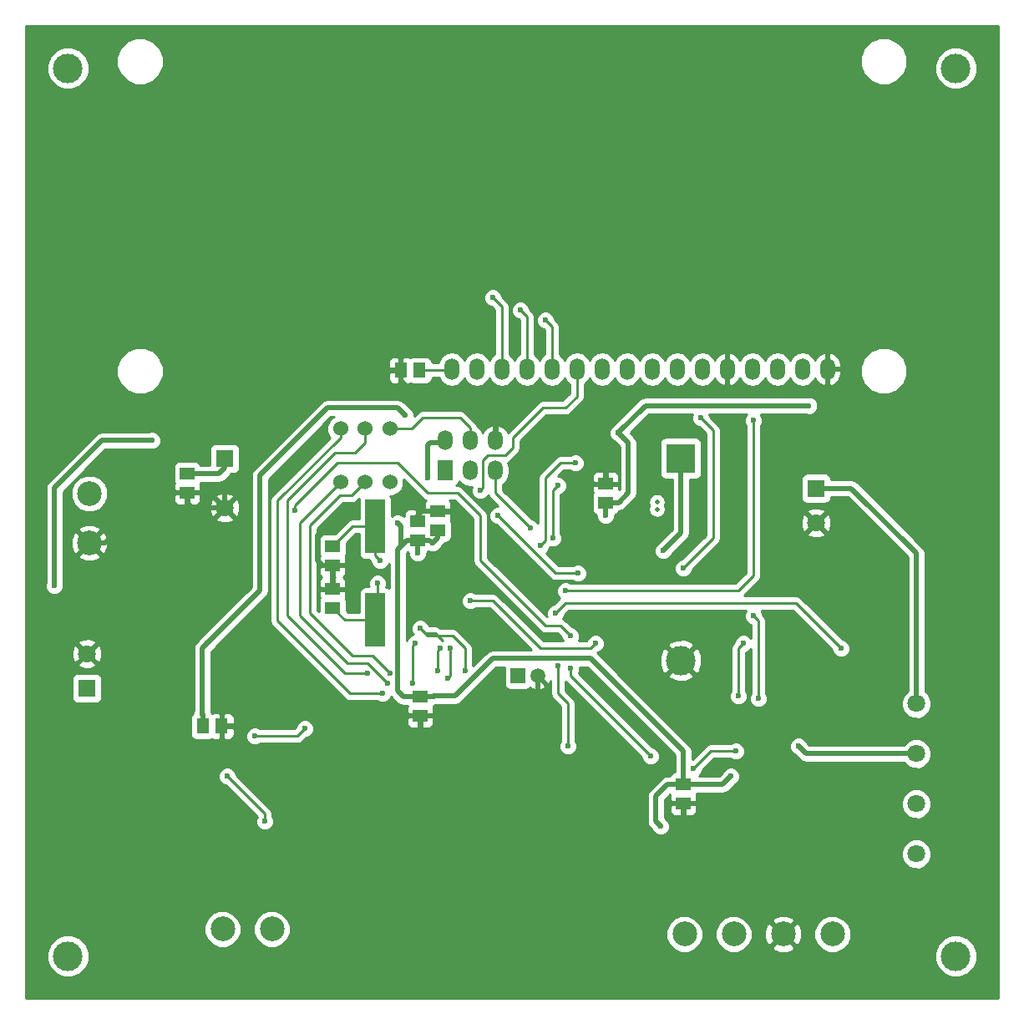
<source format=gbr>
G04 #@! TF.FileFunction,Copper,L2,Bot,Signal*
%FSLAX46Y46*%
G04 Gerber Fmt 4.6, Leading zero omitted, Abs format (unit mm)*
G04 Created by KiCad (PCBNEW 4.0.6) date 07/06/17 08:29:15*
%MOMM*%
%LPD*%
G01*
G04 APERTURE LIST*
%ADD10C,0.100000*%
%ADD11C,1.800000*%
%ADD12C,2.999740*%
%ADD13R,2.997200X2.997200*%
%ADD14R,1.498600X1.300480*%
%ADD15R,1.800000X1.800000*%
%ADD16R,1.300480X1.498600*%
%ADD17O,1.500000X2.200000*%
%ADD18C,2.500000*%
%ADD19R,1.524000X1.998980*%
%ADD20O,1.524000X1.998980*%
%ADD21C,1.524000*%
%ADD22R,1.998980X5.499100*%
%ADD23O,0.500000X0.500000*%
%ADD24R,1.500000X1.500000*%
%ADD25C,1.500000*%
%ADD26C,0.600000*%
%ADD27C,0.500000*%
%ADD28C,0.250000*%
%ADD29C,0.254000*%
G04 APERTURE END LIST*
D10*
D11*
X110998000Y-99568000D03*
X110998000Y-94488000D03*
X110998000Y-89408000D03*
X110998000Y-104648000D03*
D12*
X87122000Y-85039200D03*
D13*
X87122000Y-64541400D03*
D14*
X60452000Y-72834500D03*
X60452000Y-70929500D03*
X51816000Y-73469500D03*
X51816000Y-75374500D03*
X62484000Y-71818500D03*
X62484000Y-69913500D03*
X51816000Y-79692500D03*
X51816000Y-77787500D03*
D15*
X40894000Y-64556000D03*
D11*
X40894000Y-69556000D03*
D14*
X37084000Y-66103500D03*
X37084000Y-68008500D03*
X79502000Y-69024500D03*
X79502000Y-67119500D03*
D15*
X100838000Y-67592000D03*
D11*
X100838000Y-71092000D03*
D14*
X60706000Y-88709500D03*
X60706000Y-90614500D03*
X87376000Y-97599500D03*
X87376000Y-99504500D03*
D16*
X38671500Y-91694000D03*
X40576500Y-91694000D03*
D17*
X102000000Y-55500000D03*
X99460000Y-55500000D03*
X96920000Y-55500000D03*
X94380000Y-55500000D03*
X91840000Y-55500000D03*
X89300000Y-55500000D03*
X86760000Y-55500000D03*
X84220000Y-55500000D03*
X81680000Y-55500000D03*
X79140000Y-55500000D03*
X76600000Y-55500000D03*
X74060000Y-55500000D03*
X71520000Y-55500000D03*
X68980000Y-55500000D03*
X66440000Y-55500000D03*
X63900000Y-55500000D03*
D18*
X102496000Y-112776000D03*
X97496000Y-112776000D03*
X87496000Y-112776000D03*
X92496000Y-112776000D03*
D19*
X63246000Y-65780920D03*
D20*
X63246000Y-62743080D03*
X65786000Y-65780920D03*
X65786000Y-62743080D03*
X68326000Y-65780920D03*
X68326000Y-62743080D03*
D18*
X40680000Y-112268000D03*
X45680000Y-112268000D03*
D16*
X60642500Y-55626000D03*
X58737500Y-55626000D03*
D21*
X57618000Y-66962000D03*
X55118000Y-66962000D03*
X52618000Y-66962000D03*
X57618000Y-61562000D03*
X55118000Y-61562000D03*
X52618000Y-61562000D03*
D22*
X56134000Y-71450200D03*
X56134000Y-80949800D03*
D23*
X84714000Y-69692000D03*
X84714000Y-68992000D03*
D24*
X70628000Y-86614000D03*
D25*
X72628000Y-86614000D03*
D18*
X27178000Y-68112000D03*
X27178000Y-73112000D03*
D12*
X25000000Y-25000000D03*
X25000000Y-115000000D03*
X115000000Y-25000000D03*
X115000000Y-115000000D03*
D15*
X26924000Y-87856000D03*
D11*
X26924000Y-84356000D03*
D26*
X48514000Y-65278000D03*
X53086000Y-69596000D03*
X59944000Y-57912000D03*
X50038000Y-62738000D03*
X64262000Y-70104000D03*
X70358000Y-68072000D03*
X71120000Y-62992000D03*
X79502000Y-65532000D03*
X94234000Y-103632000D03*
X87630000Y-101092000D03*
X56896000Y-98806000D03*
X45974000Y-90678000D03*
X64516000Y-74930000D03*
X63500000Y-75946000D03*
X85344000Y-73914000D03*
X99060000Y-93726000D03*
X100106480Y-59212480D03*
X59182000Y-60198000D03*
X58420000Y-71120000D03*
X61468000Y-66548000D03*
X80772000Y-61976000D03*
X79502000Y-70358000D03*
X85090000Y-101854000D03*
X92202000Y-96774000D03*
X39116000Y-83312000D03*
X38608000Y-90424000D03*
X62230000Y-88646000D03*
X60452000Y-74168000D03*
X61976000Y-73152000D03*
X56642000Y-74930000D03*
X56388000Y-77216000D03*
X93472000Y-83312000D03*
X92964000Y-88646000D03*
X75946000Y-82550000D03*
X48006000Y-69850000D03*
X75946000Y-85852000D03*
X84074000Y-94742000D03*
X71882000Y-71628000D03*
X44958000Y-101346000D03*
X41148000Y-96774000D03*
X76454000Y-65024000D03*
X72898000Y-73406000D03*
X74676000Y-67310000D03*
X74168000Y-72644000D03*
X74422000Y-80264000D03*
X103378000Y-83820000D03*
X94488000Y-80518000D03*
X94996000Y-88900000D03*
X68580000Y-70358000D03*
X76708000Y-76200000D03*
X74676000Y-85598000D03*
X75692000Y-93726000D03*
X65278000Y-86106000D03*
X60706000Y-81788000D03*
X59944000Y-87376000D03*
X60198000Y-83312000D03*
X55372000Y-86360000D03*
X62738000Y-83820000D03*
X62484000Y-86106000D03*
X57658000Y-86360000D03*
X63500000Y-86868000D03*
X63754000Y-83820000D03*
X57404000Y-87376000D03*
X56896000Y-88392000D03*
X49022000Y-91948000D03*
X43942000Y-92710000D03*
X33528000Y-62738000D03*
X23622000Y-77470000D03*
X94488000Y-60706000D03*
X75438000Y-77978000D03*
X89154000Y-60452000D03*
X87376000Y-75692000D03*
X66802000Y-67818000D03*
X73406000Y-50546000D03*
X70866000Y-49530000D03*
X68072000Y-48260000D03*
X92710000Y-94234000D03*
X88392000Y-96012000D03*
X78486000Y-83312000D03*
X65786000Y-78994000D03*
D27*
X40894000Y-69556000D02*
X40894000Y-68072000D01*
X50800000Y-55626000D02*
X58737500Y-55626000D01*
X43180000Y-63246000D02*
X50800000Y-55626000D01*
X43180000Y-65786000D02*
X43180000Y-63246000D01*
X40894000Y-68072000D02*
X43180000Y-65786000D01*
X50292000Y-72390000D02*
X53086000Y-69596000D01*
X51816000Y-75374500D02*
X50803502Y-75374500D01*
X50292000Y-74862998D02*
X50292000Y-73406000D01*
X50803502Y-75374500D02*
X50292000Y-74862998D01*
X50292000Y-73406000D02*
X50292000Y-72390000D01*
X50038000Y-63754000D02*
X50038000Y-62738000D01*
X48514000Y-65278000D02*
X50038000Y-63754000D01*
X71120000Y-62992000D02*
X71120000Y-67310000D01*
X71120000Y-67310000D02*
X70358000Y-68072000D01*
X58737500Y-55626000D02*
X58737500Y-56705500D01*
X58737500Y-56705500D02*
X59944000Y-57912000D01*
X68326000Y-61214000D02*
X68326000Y-62992000D01*
X59944000Y-57912000D02*
X60706000Y-58674000D01*
X60706000Y-58674000D02*
X65786000Y-58674000D01*
X65786000Y-58674000D02*
X68326000Y-61214000D01*
X71120000Y-62992000D02*
X76962000Y-62992000D01*
X76962000Y-62992000D02*
X79502000Y-65532000D01*
X79502000Y-65532000D02*
X79502000Y-67119500D01*
X94234000Y-100076000D02*
X92837000Y-98679000D01*
X94234000Y-103632000D02*
X94234000Y-100076000D01*
X87376000Y-99504500D02*
X92011500Y-99504500D01*
X92011500Y-99504500D02*
X92456000Y-99060000D01*
X92456000Y-99060000D02*
X92837000Y-98679000D01*
X94742000Y-92659200D02*
X87122000Y-85039200D01*
X92964000Y-98552000D02*
X94742000Y-96774000D01*
X92837000Y-98679000D02*
X92964000Y-98552000D01*
X94742000Y-96774000D02*
X94742000Y-92659200D01*
X87376000Y-100838000D02*
X87376000Y-99504500D01*
X87630000Y-101092000D02*
X87376000Y-100838000D01*
X72628000Y-86614000D02*
X72628000Y-88408000D01*
X72628000Y-88408000D02*
X70421500Y-90614500D01*
X70421500Y-90614500D02*
X60706000Y-90614500D01*
X60706000Y-90614500D02*
X60706000Y-94996000D01*
X60706000Y-94996000D02*
X56896000Y-98806000D01*
X37084000Y-68008500D02*
X33845500Y-68008500D01*
X28742000Y-73112000D02*
X27178000Y-73112000D01*
X33845500Y-68008500D02*
X28742000Y-73112000D01*
X45974000Y-90678000D02*
X45974000Y-90614500D01*
X45974000Y-90614500D02*
X45974000Y-90678000D01*
X45974000Y-90678000D02*
X45974000Y-90614500D01*
X60706000Y-90614500D02*
X45974000Y-90614500D01*
X45974000Y-90614500D02*
X44767500Y-90614500D01*
X43688000Y-91694000D02*
X40576500Y-91694000D01*
X44767500Y-90614500D02*
X43688000Y-91694000D01*
X51816000Y-75374500D02*
X51816000Y-77787500D01*
X37084000Y-68008500D02*
X37084000Y-69088000D01*
X37552000Y-69556000D02*
X40894000Y-69556000D01*
X37084000Y-69088000D02*
X37552000Y-69556000D01*
X60896500Y-69913500D02*
X62484000Y-69913500D01*
X64071500Y-69913500D02*
X62484000Y-69913500D01*
X64262000Y-70104000D02*
X64071500Y-69913500D01*
X64516000Y-70358000D02*
X64262000Y-70104000D01*
X64516000Y-74930000D02*
X64516000Y-70358000D01*
X63500000Y-75946000D02*
X64516000Y-74930000D01*
X60452000Y-70929500D02*
X60452000Y-70358000D01*
X60452000Y-70358000D02*
X60896500Y-69913500D01*
X87122000Y-72136000D02*
X87122000Y-64541400D01*
X85344000Y-73914000D02*
X87122000Y-72136000D01*
X110998000Y-94488000D02*
X99822000Y-94488000D01*
X99822000Y-94488000D02*
X99060000Y-93726000D01*
X80772000Y-61976000D02*
X83535520Y-59212480D01*
X83535520Y-59212480D02*
X100106480Y-59212480D01*
X39116000Y-83312000D02*
X44450000Y-77978000D01*
X58420000Y-59436000D02*
X59182000Y-60198000D01*
X51308000Y-59436000D02*
X58420000Y-59436000D01*
X44450000Y-66294000D02*
X51308000Y-59436000D01*
X44450000Y-77978000D02*
X44450000Y-66294000D01*
X63246000Y-62992000D02*
X61722000Y-62992000D01*
X61468000Y-63246000D02*
X61468000Y-66548000D01*
X61722000Y-62992000D02*
X61468000Y-63246000D01*
X62230000Y-88646000D02*
X64262000Y-88646000D01*
X64262000Y-88646000D02*
X68072000Y-84836000D01*
X79502000Y-69024500D02*
X80835500Y-69024500D01*
X81788000Y-62992000D02*
X80772000Y-61976000D01*
X81788000Y-68072000D02*
X81788000Y-62992000D01*
X80835500Y-69024500D02*
X81788000Y-68072000D01*
X79502000Y-70358000D02*
X79502000Y-69024500D01*
X85788500Y-97599500D02*
X87376000Y-97599500D01*
X84582000Y-98806000D02*
X85788500Y-97599500D01*
X84582000Y-101346000D02*
X84582000Y-98806000D01*
X85090000Y-101854000D02*
X84582000Y-101346000D01*
X87376000Y-97599500D02*
X87376000Y-94234000D01*
X87376000Y-94234000D02*
X77978000Y-84836000D01*
X77978000Y-84836000D02*
X68072000Y-84836000D01*
X87376000Y-97599500D02*
X91376500Y-97599500D01*
X91376500Y-97599500D02*
X92202000Y-96774000D01*
X38608000Y-90424000D02*
X38608000Y-83820000D01*
X38608000Y-83820000D02*
X39116000Y-83312000D01*
X38671500Y-90487500D02*
X38671500Y-91694000D01*
X38608000Y-90424000D02*
X38671500Y-90487500D01*
X62166500Y-88709500D02*
X60706000Y-88709500D01*
X62230000Y-88646000D02*
X62166500Y-88709500D01*
X58991500Y-88709500D02*
X60706000Y-88709500D01*
X58420000Y-88138000D02*
X58991500Y-88709500D01*
X58420000Y-73787000D02*
X58420000Y-88138000D01*
X58737500Y-73469500D02*
X58420000Y-73787000D01*
X62484000Y-72644000D02*
X62484000Y-71818500D01*
X58737500Y-73469500D02*
X58737500Y-71437500D01*
X58737500Y-71437500D02*
X58420000Y-71120000D01*
X59372500Y-72834500D02*
X58737500Y-73469500D01*
X61976000Y-73152000D02*
X62484000Y-72644000D01*
X61658500Y-72834500D02*
X61976000Y-73152000D01*
X60452000Y-72834500D02*
X59372500Y-72834500D01*
X60452000Y-72834500D02*
X61658500Y-72834500D01*
X60452000Y-74168000D02*
X60452000Y-72834500D01*
D28*
X56134000Y-74422000D02*
X56134000Y-71450200D01*
X56642000Y-74930000D02*
X56134000Y-74422000D01*
X56388000Y-71704200D02*
X56134000Y-71450200D01*
X51816000Y-73469500D02*
X53835300Y-71450200D01*
X53835300Y-71450200D02*
X56134000Y-71450200D01*
X51816000Y-79692500D02*
X53073300Y-80949800D01*
X53073300Y-80949800D02*
X56134000Y-80949800D01*
X56388000Y-77216000D02*
X56388000Y-80695800D01*
X56388000Y-80695800D02*
X56134000Y-80949800D01*
X93472000Y-83312000D02*
X92964000Y-83820000D01*
X92964000Y-83820000D02*
X92964000Y-88646000D01*
X74930000Y-81534000D02*
X73406000Y-81534000D01*
X75946000Y-82550000D02*
X74930000Y-81534000D01*
X48006000Y-69342000D02*
X48006000Y-69850000D01*
X52324000Y-65024000D02*
X48006000Y-69342000D01*
X58420000Y-65024000D02*
X52324000Y-65024000D01*
X61468000Y-68072000D02*
X58420000Y-65024000D01*
X64516000Y-68072000D02*
X61468000Y-68072000D01*
X66802000Y-70358000D02*
X64516000Y-68072000D01*
X66802000Y-74930000D02*
X66802000Y-70358000D01*
X73406000Y-81534000D02*
X66802000Y-74930000D01*
X75946000Y-86614000D02*
X75946000Y-85852000D01*
X84074000Y-94742000D02*
X75946000Y-86614000D01*
X57618000Y-61562000D02*
X59850000Y-61562000D01*
X65786000Y-61468000D02*
X65786000Y-62992000D01*
X64770000Y-60452000D02*
X65786000Y-61468000D01*
X60960000Y-60452000D02*
X64770000Y-60452000D01*
X59850000Y-61562000D02*
X60960000Y-60452000D01*
X68326000Y-65532000D02*
X68326000Y-68072000D01*
X68326000Y-68072000D02*
X71882000Y-71628000D01*
X68834000Y-65532000D02*
X68326000Y-65532000D01*
X44958000Y-100584000D02*
X44958000Y-101346000D01*
X41148000Y-96774000D02*
X44958000Y-100584000D01*
X74930000Y-65024000D02*
X76454000Y-65024000D01*
X73406000Y-66548000D02*
X74930000Y-65024000D01*
X73406000Y-72898000D02*
X73406000Y-66548000D01*
X72898000Y-73406000D02*
X73406000Y-72898000D01*
X74168000Y-67818000D02*
X74676000Y-67310000D01*
X74168000Y-72644000D02*
X74168000Y-67818000D01*
X75438000Y-79248000D02*
X74422000Y-80264000D01*
X98806000Y-79248000D02*
X75438000Y-79248000D01*
X103378000Y-83820000D02*
X98806000Y-79248000D01*
X94996000Y-81026000D02*
X94488000Y-80518000D01*
X94996000Y-88900000D02*
X94996000Y-81026000D01*
X76708000Y-76200000D02*
X74422000Y-76200000D01*
X74422000Y-76200000D02*
X68580000Y-70358000D01*
X74676000Y-88392000D02*
X74676000Y-85598000D01*
X75692000Y-89408000D02*
X74676000Y-88392000D01*
X75692000Y-93726000D02*
X75692000Y-89408000D01*
X60706000Y-81788000D02*
X61468000Y-82550000D01*
X65278000Y-83820000D02*
X65278000Y-86106000D01*
X64008000Y-82550000D02*
X65278000Y-83820000D01*
X61468000Y-82550000D02*
X64008000Y-82550000D01*
X62230000Y-82296000D02*
X62992000Y-83058000D01*
X61214000Y-82296000D02*
X62230000Y-82296000D01*
X60706000Y-81788000D02*
X61214000Y-82296000D01*
X59944000Y-87376000D02*
X59944000Y-83566000D01*
X59944000Y-83566000D02*
X60198000Y-83312000D01*
X59944000Y-83566000D02*
X60198000Y-83312000D01*
X54102000Y-64008000D02*
X52070000Y-64008000D01*
X55118000Y-62992000D02*
X54102000Y-64008000D01*
X55372000Y-86360000D02*
X53086000Y-86360000D01*
X47244000Y-80518000D02*
X47244000Y-78486000D01*
X53086000Y-86360000D02*
X47244000Y-80518000D01*
X52070000Y-64008000D02*
X47244000Y-68834000D01*
X47244000Y-68834000D02*
X47244000Y-75946000D01*
X47244000Y-75946000D02*
X47244000Y-78486000D01*
X62484000Y-84074000D02*
X62738000Y-83820000D01*
X62484000Y-86106000D02*
X62484000Y-84074000D01*
X55118000Y-62992000D02*
X55118000Y-61562000D01*
X55118000Y-66962000D02*
X53754000Y-68326000D01*
X49530000Y-71374000D02*
X49530000Y-72898000D01*
X52578000Y-68326000D02*
X49530000Y-71374000D01*
X53754000Y-68326000D02*
X52578000Y-68326000D01*
X49530000Y-80264000D02*
X49530000Y-72898000D01*
X55880000Y-84582000D02*
X53848000Y-84582000D01*
X57658000Y-86360000D02*
X55880000Y-84582000D01*
X63754000Y-86614000D02*
X63500000Y-86868000D01*
X63754000Y-83820000D02*
X63754000Y-86614000D01*
X53848000Y-84582000D02*
X49530000Y-80264000D01*
X55118000Y-67056000D02*
X55118000Y-66962000D01*
X55372000Y-85344000D02*
X53340000Y-85344000D01*
X48514000Y-80518000D02*
X48514000Y-78486000D01*
X53340000Y-85344000D02*
X48514000Y-80518000D01*
X57404000Y-87376000D02*
X55372000Y-85344000D01*
X52618000Y-66962000D02*
X48514000Y-71066000D01*
X48514000Y-71066000D02*
X48514000Y-78486000D01*
X52618000Y-61562000D02*
X52618000Y-62444000D01*
X52618000Y-62444000D02*
X46228000Y-68834000D01*
X56896000Y-88392000D02*
X53594000Y-88392000D01*
X46228000Y-81026000D02*
X46228000Y-79248000D01*
X53594000Y-88392000D02*
X46228000Y-81026000D01*
X46228000Y-79248000D02*
X46228000Y-77216000D01*
X46228000Y-68834000D02*
X46228000Y-77216000D01*
X48260000Y-92710000D02*
X49022000Y-91948000D01*
X43942000Y-92710000D02*
X48260000Y-92710000D01*
D27*
X28448000Y-62738000D02*
X33528000Y-62738000D01*
X23622000Y-67564000D02*
X28448000Y-62738000D01*
X23622000Y-77470000D02*
X23622000Y-67564000D01*
X40894000Y-64556000D02*
X40894000Y-65532000D01*
X40322500Y-66103500D02*
X37084000Y-66103500D01*
X40894000Y-65532000D02*
X40322500Y-66103500D01*
D28*
X94488000Y-76454000D02*
X94488000Y-60706000D01*
X92964000Y-77978000D02*
X94488000Y-76454000D01*
X75438000Y-77978000D02*
X92964000Y-77978000D01*
X90424000Y-61722000D02*
X89154000Y-60452000D01*
X90424000Y-72644000D02*
X90424000Y-61722000D01*
X87376000Y-75692000D02*
X90424000Y-72644000D01*
X76600000Y-58274000D02*
X76600000Y-55500000D01*
X75438000Y-59436000D02*
X76600000Y-58274000D01*
X73152000Y-59436000D02*
X75438000Y-59436000D01*
X70104000Y-62484000D02*
X73152000Y-59436000D01*
X70104000Y-63500000D02*
X70104000Y-62484000D01*
X69342000Y-64262000D02*
X70104000Y-63500000D01*
X67564000Y-64262000D02*
X69342000Y-64262000D01*
X67056000Y-64770000D02*
X67564000Y-64262000D01*
X67056000Y-67564000D02*
X67056000Y-64770000D01*
X66802000Y-67818000D02*
X67056000Y-67564000D01*
X74060000Y-55500000D02*
X74060000Y-51200000D01*
X74060000Y-51200000D02*
X73406000Y-50546000D01*
X71520000Y-55500000D02*
X71520000Y-50184000D01*
X71520000Y-50184000D02*
X70866000Y-49530000D01*
X68980000Y-55500000D02*
X68980000Y-49168000D01*
X68980000Y-49168000D02*
X68072000Y-48260000D01*
X60642500Y-55626000D02*
X63774000Y-55626000D01*
X63774000Y-55626000D02*
X63900000Y-55500000D01*
X90170000Y-94234000D02*
X92710000Y-94234000D01*
X88392000Y-96012000D02*
X90170000Y-94234000D01*
X77978000Y-83820000D02*
X72898000Y-83820000D01*
X78486000Y-83312000D02*
X77978000Y-83820000D01*
X68072000Y-78994000D02*
X72898000Y-83820000D01*
X65786000Y-78994000D02*
X68072000Y-78994000D01*
D27*
X110998000Y-89408000D02*
X110998000Y-74168000D01*
X104422000Y-67592000D02*
X100838000Y-67592000D01*
X110998000Y-74168000D02*
X104422000Y-67592000D01*
D29*
G36*
X119290000Y-119290000D02*
X20710000Y-119290000D01*
X20710000Y-115422789D01*
X22864760Y-115422789D01*
X23189090Y-116207727D01*
X23789114Y-116808800D01*
X24573485Y-117134499D01*
X25422789Y-117135240D01*
X26207727Y-116810910D01*
X26808800Y-116210886D01*
X27134499Y-115426515D01*
X27134502Y-115422789D01*
X112864760Y-115422789D01*
X113189090Y-116207727D01*
X113789114Y-116808800D01*
X114573485Y-117134499D01*
X115422789Y-117135240D01*
X116207727Y-116810910D01*
X116808800Y-116210886D01*
X117134499Y-115426515D01*
X117135240Y-114577211D01*
X116810910Y-113792273D01*
X116210886Y-113191200D01*
X115426515Y-112865501D01*
X114577211Y-112864760D01*
X113792273Y-113189090D01*
X113191200Y-113789114D01*
X112865501Y-114573485D01*
X112864760Y-115422789D01*
X27134502Y-115422789D01*
X27135240Y-114577211D01*
X26810910Y-113792273D01*
X26210886Y-113191200D01*
X25426515Y-112865501D01*
X24577211Y-112864760D01*
X23792273Y-113189090D01*
X23191200Y-113789114D01*
X22865501Y-114573485D01*
X22864760Y-115422789D01*
X20710000Y-115422789D01*
X20710000Y-112641305D01*
X38794674Y-112641305D01*
X39081043Y-113334372D01*
X39610839Y-113865093D01*
X40303405Y-114152672D01*
X41053305Y-114153326D01*
X41746372Y-113866957D01*
X42277093Y-113337161D01*
X42564672Y-112644595D01*
X42564674Y-112641305D01*
X43794674Y-112641305D01*
X44081043Y-113334372D01*
X44610839Y-113865093D01*
X45303405Y-114152672D01*
X46053305Y-114153326D01*
X46746372Y-113866957D01*
X47277093Y-113337161D01*
X47355097Y-113149305D01*
X85610674Y-113149305D01*
X85897043Y-113842372D01*
X86426839Y-114373093D01*
X87119405Y-114660672D01*
X87869305Y-114661326D01*
X88562372Y-114374957D01*
X89093093Y-113845161D01*
X89380672Y-113152595D01*
X89380674Y-113149305D01*
X90610674Y-113149305D01*
X90897043Y-113842372D01*
X91426839Y-114373093D01*
X92119405Y-114660672D01*
X92869305Y-114661326D01*
X93562372Y-114374957D01*
X93828472Y-114109320D01*
X96342285Y-114109320D01*
X96471533Y-114402123D01*
X97171806Y-114670388D01*
X97921435Y-114650250D01*
X98520467Y-114402123D01*
X98649715Y-114109320D01*
X97496000Y-112955605D01*
X96342285Y-114109320D01*
X93828472Y-114109320D01*
X94093093Y-113845161D01*
X94380672Y-113152595D01*
X94381283Y-112451806D01*
X95601612Y-112451806D01*
X95621750Y-113201435D01*
X95869877Y-113800467D01*
X96162680Y-113929715D01*
X97316395Y-112776000D01*
X97675605Y-112776000D01*
X98829320Y-113929715D01*
X99122123Y-113800467D01*
X99371574Y-113149305D01*
X100610674Y-113149305D01*
X100897043Y-113842372D01*
X101426839Y-114373093D01*
X102119405Y-114660672D01*
X102869305Y-114661326D01*
X103562372Y-114374957D01*
X104093093Y-113845161D01*
X104380672Y-113152595D01*
X104381326Y-112402695D01*
X104094957Y-111709628D01*
X103565161Y-111178907D01*
X102872595Y-110891328D01*
X102122695Y-110890674D01*
X101429628Y-111177043D01*
X100898907Y-111706839D01*
X100611328Y-112399405D01*
X100610674Y-113149305D01*
X99371574Y-113149305D01*
X99390388Y-113100194D01*
X99370250Y-112350565D01*
X99122123Y-111751533D01*
X98829320Y-111622285D01*
X97675605Y-112776000D01*
X97316395Y-112776000D01*
X96162680Y-111622285D01*
X95869877Y-111751533D01*
X95601612Y-112451806D01*
X94381283Y-112451806D01*
X94381326Y-112402695D01*
X94094957Y-111709628D01*
X93828475Y-111442680D01*
X96342285Y-111442680D01*
X97496000Y-112596395D01*
X98649715Y-111442680D01*
X98520467Y-111149877D01*
X97820194Y-110881612D01*
X97070565Y-110901750D01*
X96471533Y-111149877D01*
X96342285Y-111442680D01*
X93828475Y-111442680D01*
X93565161Y-111178907D01*
X92872595Y-110891328D01*
X92122695Y-110890674D01*
X91429628Y-111177043D01*
X90898907Y-111706839D01*
X90611328Y-112399405D01*
X90610674Y-113149305D01*
X89380674Y-113149305D01*
X89381326Y-112402695D01*
X89094957Y-111709628D01*
X88565161Y-111178907D01*
X87872595Y-110891328D01*
X87122695Y-110890674D01*
X86429628Y-111177043D01*
X85898907Y-111706839D01*
X85611328Y-112399405D01*
X85610674Y-113149305D01*
X47355097Y-113149305D01*
X47564672Y-112644595D01*
X47565326Y-111894695D01*
X47278957Y-111201628D01*
X46749161Y-110670907D01*
X46056595Y-110383328D01*
X45306695Y-110382674D01*
X44613628Y-110669043D01*
X44082907Y-111198839D01*
X43795328Y-111891405D01*
X43794674Y-112641305D01*
X42564674Y-112641305D01*
X42565326Y-111894695D01*
X42278957Y-111201628D01*
X41749161Y-110670907D01*
X41056595Y-110383328D01*
X40306695Y-110382674D01*
X39613628Y-110669043D01*
X39082907Y-111198839D01*
X38795328Y-111891405D01*
X38794674Y-112641305D01*
X20710000Y-112641305D01*
X20710000Y-104951991D01*
X109462735Y-104951991D01*
X109695932Y-105516371D01*
X110127357Y-105948551D01*
X110691330Y-106182733D01*
X111301991Y-106183265D01*
X111866371Y-105950068D01*
X112298551Y-105518643D01*
X112532733Y-104954670D01*
X112533265Y-104344009D01*
X112300068Y-103779629D01*
X111868643Y-103347449D01*
X111304670Y-103113267D01*
X110694009Y-103112735D01*
X110129629Y-103345932D01*
X109697449Y-103777357D01*
X109463267Y-104341330D01*
X109462735Y-104951991D01*
X20710000Y-104951991D01*
X20710000Y-96959167D01*
X40212838Y-96959167D01*
X40354883Y-97302943D01*
X40617673Y-97566192D01*
X40961201Y-97708838D01*
X41008077Y-97708879D01*
X44150863Y-100851665D01*
X44023162Y-101159201D01*
X44022838Y-101531167D01*
X44164883Y-101874943D01*
X44427673Y-102138192D01*
X44771201Y-102280838D01*
X45143167Y-102281162D01*
X45486943Y-102139117D01*
X45750192Y-101876327D01*
X45892838Y-101532799D01*
X45893162Y-101160833D01*
X45751117Y-100817057D01*
X45718000Y-100783882D01*
X45718000Y-100584000D01*
X45660148Y-100293161D01*
X45495401Y-100046599D01*
X42083122Y-96634320D01*
X42083162Y-96588833D01*
X41941117Y-96245057D01*
X41678327Y-95981808D01*
X41334799Y-95839162D01*
X40962833Y-95838838D01*
X40619057Y-95980883D01*
X40355808Y-96243673D01*
X40213162Y-96587201D01*
X40212838Y-96959167D01*
X20710000Y-96959167D01*
X20710000Y-90944700D01*
X37373820Y-90944700D01*
X37373820Y-92443300D01*
X37418098Y-92678617D01*
X37557170Y-92894741D01*
X37769370Y-93039731D01*
X38021260Y-93090740D01*
X39321740Y-93090740D01*
X39557057Y-93046462D01*
X39622078Y-93004622D01*
X39799951Y-93078300D01*
X40290750Y-93078300D01*
X40449500Y-92919550D01*
X40449500Y-91821000D01*
X40703500Y-91821000D01*
X40703500Y-92919550D01*
X40862250Y-93078300D01*
X41353049Y-93078300D01*
X41586438Y-92981627D01*
X41672898Y-92895167D01*
X43006838Y-92895167D01*
X43148883Y-93238943D01*
X43411673Y-93502192D01*
X43755201Y-93644838D01*
X44127167Y-93645162D01*
X44470943Y-93503117D01*
X44504118Y-93470000D01*
X48260000Y-93470000D01*
X48550839Y-93412148D01*
X48797401Y-93247401D01*
X49161680Y-92883122D01*
X49207167Y-92883162D01*
X49550943Y-92741117D01*
X49814192Y-92478327D01*
X49956838Y-92134799D01*
X49957162Y-91762833D01*
X49815117Y-91419057D01*
X49552327Y-91155808D01*
X49208799Y-91013162D01*
X48836833Y-91012838D01*
X48493057Y-91154883D01*
X48229808Y-91417673D01*
X48087162Y-91761201D01*
X48087121Y-91808077D01*
X47945198Y-91950000D01*
X44504463Y-91950000D01*
X44472327Y-91917808D01*
X44128799Y-91775162D01*
X43756833Y-91774838D01*
X43413057Y-91916883D01*
X43149808Y-92179673D01*
X43007162Y-92523201D01*
X43006838Y-92895167D01*
X41672898Y-92895167D01*
X41765067Y-92802999D01*
X41861740Y-92569610D01*
X41861740Y-91979750D01*
X41702990Y-91821000D01*
X40703500Y-91821000D01*
X40449500Y-91821000D01*
X40429500Y-91821000D01*
X40429500Y-91567000D01*
X40449500Y-91567000D01*
X40449500Y-90468450D01*
X40703500Y-90468450D01*
X40703500Y-91567000D01*
X41702990Y-91567000D01*
X41861740Y-91408250D01*
X41861740Y-90900250D01*
X59321700Y-90900250D01*
X59321700Y-91391049D01*
X59418373Y-91624438D01*
X59597001Y-91803067D01*
X59830390Y-91899740D01*
X60420250Y-91899740D01*
X60579000Y-91740990D01*
X60579000Y-90741500D01*
X60833000Y-90741500D01*
X60833000Y-91740990D01*
X60991750Y-91899740D01*
X61581610Y-91899740D01*
X61814999Y-91803067D01*
X61993627Y-91624438D01*
X62090300Y-91391049D01*
X62090300Y-90900250D01*
X61931550Y-90741500D01*
X60833000Y-90741500D01*
X60579000Y-90741500D01*
X59480450Y-90741500D01*
X59321700Y-90900250D01*
X41861740Y-90900250D01*
X41861740Y-90818390D01*
X41765067Y-90585001D01*
X41586438Y-90406373D01*
X41353049Y-90309700D01*
X40862250Y-90309700D01*
X40703500Y-90468450D01*
X40449500Y-90468450D01*
X40290750Y-90309700D01*
X39799951Y-90309700D01*
X39623905Y-90382621D01*
X39573630Y-90348269D01*
X39543072Y-90342081D01*
X39543162Y-90238833D01*
X39493000Y-90117431D01*
X39493000Y-84186579D01*
X39524835Y-84154745D01*
X39644943Y-84105117D01*
X39908192Y-83842327D01*
X39958566Y-83721014D01*
X45075787Y-78603792D01*
X45075790Y-78603790D01*
X45267633Y-78316675D01*
X45277148Y-78268839D01*
X45335001Y-77978000D01*
X45335000Y-77977995D01*
X45335000Y-66660580D01*
X51674579Y-60321000D01*
X51963204Y-60321000D01*
X51827697Y-60376990D01*
X51434371Y-60769630D01*
X51221243Y-61282900D01*
X51220758Y-61838661D01*
X51432990Y-62352303D01*
X51533854Y-62453344D01*
X45690599Y-68296599D01*
X45525852Y-68543161D01*
X45468000Y-68834000D01*
X45468000Y-81026000D01*
X45525852Y-81316839D01*
X45690599Y-81563401D01*
X53056599Y-88929401D01*
X53303161Y-89094148D01*
X53594000Y-89152000D01*
X56333537Y-89152000D01*
X56365673Y-89184192D01*
X56709201Y-89326838D01*
X57081167Y-89327162D01*
X57424943Y-89185117D01*
X57688192Y-88922327D01*
X57769425Y-88726697D01*
X57794210Y-88763790D01*
X58365708Y-89335287D01*
X58365710Y-89335290D01*
X58652825Y-89527133D01*
X58672266Y-89531000D01*
X58991500Y-89594501D01*
X58991505Y-89594500D01*
X59353433Y-89594500D01*
X59353538Y-89595057D01*
X59395378Y-89660078D01*
X59321700Y-89837951D01*
X59321700Y-90328750D01*
X59480450Y-90487500D01*
X60579000Y-90487500D01*
X60579000Y-90467500D01*
X60833000Y-90467500D01*
X60833000Y-90487500D01*
X61931550Y-90487500D01*
X62090300Y-90328750D01*
X62090300Y-89837951D01*
X62017379Y-89661905D01*
X62051731Y-89611630D01*
X62055200Y-89594500D01*
X62166495Y-89594500D01*
X62166500Y-89594501D01*
X62234350Y-89581004D01*
X62415167Y-89581162D01*
X62536569Y-89531000D01*
X64261995Y-89531000D01*
X64262000Y-89531001D01*
X64544484Y-89474810D01*
X64600675Y-89463633D01*
X64887790Y-89271790D01*
X64887791Y-89271789D01*
X68438579Y-85721000D01*
X69259518Y-85721000D01*
X69230560Y-85864000D01*
X69230560Y-87364000D01*
X69274838Y-87599317D01*
X69413910Y-87815441D01*
X69626110Y-87960431D01*
X69878000Y-88011440D01*
X71378000Y-88011440D01*
X71613317Y-87967162D01*
X71829441Y-87828090D01*
X71882588Y-87750307D01*
X71904077Y-87826460D01*
X72423171Y-88011201D01*
X72973448Y-87983230D01*
X73351923Y-87826460D01*
X73419912Y-87585517D01*
X72628000Y-86793605D01*
X72613858Y-86807748D01*
X72434253Y-86628143D01*
X72448395Y-86614000D01*
X72434253Y-86599858D01*
X72613858Y-86420253D01*
X72628000Y-86434395D01*
X72642143Y-86420253D01*
X72821748Y-86599858D01*
X72807605Y-86614000D01*
X73599517Y-87405912D01*
X73840460Y-87337923D01*
X73916000Y-87125667D01*
X73916000Y-88392000D01*
X73973852Y-88682839D01*
X74138599Y-88929401D01*
X74932000Y-89722802D01*
X74932000Y-93163537D01*
X74899808Y-93195673D01*
X74757162Y-93539201D01*
X74756838Y-93911167D01*
X74898883Y-94254943D01*
X75161673Y-94518192D01*
X75505201Y-94660838D01*
X75877167Y-94661162D01*
X76220943Y-94519117D01*
X76484192Y-94256327D01*
X76626838Y-93912799D01*
X76627162Y-93540833D01*
X76485117Y-93197057D01*
X76452000Y-93163882D01*
X76452000Y-89408000D01*
X76394148Y-89117161D01*
X76229401Y-88870599D01*
X75436000Y-88077198D01*
X75436000Y-87178802D01*
X83138878Y-94881680D01*
X83138838Y-94927167D01*
X83280883Y-95270943D01*
X83543673Y-95534192D01*
X83887201Y-95676838D01*
X84259167Y-95677162D01*
X84602943Y-95535117D01*
X84866192Y-95272327D01*
X85008838Y-94928799D01*
X85009162Y-94556833D01*
X84867117Y-94213057D01*
X84604327Y-93949808D01*
X84260799Y-93807162D01*
X84213923Y-93807121D01*
X76753137Y-86346335D01*
X76880838Y-86038799D01*
X76881115Y-85721000D01*
X77611420Y-85721000D01*
X86491000Y-94600579D01*
X86491000Y-96327354D01*
X86391383Y-96346098D01*
X86175259Y-96485170D01*
X86030269Y-96697370D01*
X86026800Y-96714500D01*
X85788505Y-96714500D01*
X85788500Y-96714499D01*
X85506016Y-96770690D01*
X85449825Y-96781867D01*
X85162710Y-96973710D01*
X85162708Y-96973713D01*
X83956210Y-98180210D01*
X83764367Y-98467325D01*
X83760840Y-98485057D01*
X83696999Y-98806000D01*
X83697000Y-98806005D01*
X83697000Y-101345995D01*
X83696999Y-101346000D01*
X83753190Y-101628484D01*
X83764367Y-101684675D01*
X83892424Y-101876327D01*
X83956210Y-101971790D01*
X84247255Y-102262835D01*
X84296883Y-102382943D01*
X84559673Y-102646192D01*
X84903201Y-102788838D01*
X85275167Y-102789162D01*
X85618943Y-102647117D01*
X85882192Y-102384327D01*
X86024838Y-102040799D01*
X86025162Y-101668833D01*
X85883117Y-101325057D01*
X85620327Y-101061808D01*
X85499013Y-101011434D01*
X85467000Y-100979421D01*
X85467000Y-99790250D01*
X85991700Y-99790250D01*
X85991700Y-100281049D01*
X86088373Y-100514438D01*
X86267001Y-100693067D01*
X86500390Y-100789740D01*
X87090250Y-100789740D01*
X87249000Y-100630990D01*
X87249000Y-99631500D01*
X87503000Y-99631500D01*
X87503000Y-100630990D01*
X87661750Y-100789740D01*
X88251610Y-100789740D01*
X88484999Y-100693067D01*
X88663627Y-100514438D01*
X88760300Y-100281049D01*
X88760300Y-99871991D01*
X109462735Y-99871991D01*
X109695932Y-100436371D01*
X110127357Y-100868551D01*
X110691330Y-101102733D01*
X111301991Y-101103265D01*
X111866371Y-100870068D01*
X112298551Y-100438643D01*
X112532733Y-99874670D01*
X112533265Y-99264009D01*
X112300068Y-98699629D01*
X111868643Y-98267449D01*
X111304670Y-98033267D01*
X110694009Y-98032735D01*
X110129629Y-98265932D01*
X109697449Y-98697357D01*
X109463267Y-99261330D01*
X109462735Y-99871991D01*
X88760300Y-99871991D01*
X88760300Y-99790250D01*
X88601550Y-99631500D01*
X87503000Y-99631500D01*
X87249000Y-99631500D01*
X86150450Y-99631500D01*
X85991700Y-99790250D01*
X85467000Y-99790250D01*
X85467000Y-99172580D01*
X86048319Y-98591260D01*
X85991700Y-98727951D01*
X85991700Y-99218750D01*
X86150450Y-99377500D01*
X87249000Y-99377500D01*
X87249000Y-99357500D01*
X87503000Y-99357500D01*
X87503000Y-99377500D01*
X88601550Y-99377500D01*
X88760300Y-99218750D01*
X88760300Y-98727951D01*
X88687379Y-98551905D01*
X88721731Y-98501630D01*
X88725200Y-98484500D01*
X91376495Y-98484500D01*
X91376500Y-98484501D01*
X91658984Y-98428310D01*
X91715175Y-98417133D01*
X92002290Y-98225290D01*
X92610835Y-97616745D01*
X92730943Y-97567117D01*
X92994192Y-97304327D01*
X93136838Y-96960799D01*
X93137162Y-96588833D01*
X92995117Y-96245057D01*
X92732327Y-95981808D01*
X92388799Y-95839162D01*
X92016833Y-95838838D01*
X91673057Y-95980883D01*
X91409808Y-96243673D01*
X91359434Y-96364987D01*
X91009920Y-96714500D01*
X89011718Y-96714500D01*
X89184192Y-96542327D01*
X89326838Y-96198799D01*
X89326879Y-96151923D01*
X90484802Y-94994000D01*
X92147537Y-94994000D01*
X92179673Y-95026192D01*
X92523201Y-95168838D01*
X92895167Y-95169162D01*
X93238943Y-95027117D01*
X93502192Y-94764327D01*
X93644838Y-94420799D01*
X93645162Y-94048833D01*
X93588280Y-93911167D01*
X98124838Y-93911167D01*
X98266883Y-94254943D01*
X98529673Y-94518192D01*
X98650986Y-94568566D01*
X99196208Y-95113787D01*
X99196210Y-95113790D01*
X99483325Y-95305633D01*
X99539516Y-95316810D01*
X99822000Y-95373001D01*
X99822005Y-95373000D01*
X109712532Y-95373000D01*
X110127357Y-95788551D01*
X110691330Y-96022733D01*
X111301991Y-96023265D01*
X111866371Y-95790068D01*
X112298551Y-95358643D01*
X112532733Y-94794670D01*
X112533265Y-94184009D01*
X112300068Y-93619629D01*
X111868643Y-93187449D01*
X111304670Y-92953267D01*
X110694009Y-92952735D01*
X110129629Y-93185932D01*
X109711831Y-93603000D01*
X100188579Y-93603000D01*
X99902744Y-93317165D01*
X99853117Y-93197057D01*
X99590327Y-92933808D01*
X99246799Y-92791162D01*
X98874833Y-92790838D01*
X98531057Y-92932883D01*
X98267808Y-93195673D01*
X98125162Y-93539201D01*
X98124838Y-93911167D01*
X93588280Y-93911167D01*
X93503117Y-93705057D01*
X93240327Y-93441808D01*
X92896799Y-93299162D01*
X92524833Y-93298838D01*
X92181057Y-93440883D01*
X92147882Y-93474000D01*
X90170000Y-93474000D01*
X89879161Y-93531852D01*
X89632599Y-93696599D01*
X88261000Y-95068198D01*
X88261000Y-94234005D01*
X88261001Y-94234000D01*
X88193633Y-93895326D01*
X88193633Y-93895325D01*
X88001790Y-93608210D01*
X88001787Y-93608208D01*
X80946657Y-86553077D01*
X85787728Y-86553077D01*
X85947495Y-86871832D01*
X86738217Y-87181795D01*
X87587366Y-87165567D01*
X88296505Y-86871832D01*
X88456272Y-86553077D01*
X87122000Y-85218805D01*
X85787728Y-86553077D01*
X80946657Y-86553077D01*
X79048997Y-84655417D01*
X84979405Y-84655417D01*
X84995633Y-85504566D01*
X85289368Y-86213705D01*
X85608123Y-86373472D01*
X86942395Y-85039200D01*
X87301605Y-85039200D01*
X88635877Y-86373472D01*
X88954632Y-86213705D01*
X89264595Y-85422983D01*
X89248367Y-84573834D01*
X88954632Y-83864695D01*
X88635877Y-83704928D01*
X87301605Y-85039200D01*
X86942395Y-85039200D01*
X85608123Y-83704928D01*
X85289368Y-83864695D01*
X84979405Y-84655417D01*
X79048997Y-84655417D01*
X78640715Y-84247135D01*
X78671167Y-84247162D01*
X79014943Y-84105117D01*
X79278192Y-83842327D01*
X79409824Y-83525323D01*
X85787728Y-83525323D01*
X87122000Y-84859595D01*
X88456272Y-83525323D01*
X88296505Y-83206568D01*
X87505783Y-82896605D01*
X86656634Y-82912833D01*
X85947495Y-83206568D01*
X85787728Y-83525323D01*
X79409824Y-83525323D01*
X79420838Y-83498799D01*
X79421162Y-83126833D01*
X79279117Y-82783057D01*
X79016327Y-82519808D01*
X78672799Y-82377162D01*
X78300833Y-82376838D01*
X77957057Y-82518883D01*
X77693808Y-82781673D01*
X77578236Y-83060000D01*
X76746633Y-83060000D01*
X76880838Y-82736799D01*
X76881162Y-82364833D01*
X76739117Y-82021057D01*
X76476327Y-81757808D01*
X76132799Y-81615162D01*
X76085923Y-81615121D01*
X75467401Y-80996599D01*
X75220839Y-80831852D01*
X75183952Y-80824515D01*
X75214192Y-80794327D01*
X75356838Y-80450799D01*
X75356879Y-80403923D01*
X75752802Y-80008000D01*
X93687367Y-80008000D01*
X93553162Y-80331201D01*
X93552838Y-80703167D01*
X93694883Y-81046943D01*
X93957673Y-81310192D01*
X94236000Y-81425764D01*
X94236000Y-82753889D01*
X94002327Y-82519808D01*
X93658799Y-82377162D01*
X93286833Y-82376838D01*
X92943057Y-82518883D01*
X92679808Y-82781673D01*
X92537162Y-83125201D01*
X92537121Y-83172077D01*
X92426599Y-83282599D01*
X92261852Y-83529161D01*
X92204000Y-83820000D01*
X92204000Y-88083537D01*
X92171808Y-88115673D01*
X92029162Y-88459201D01*
X92028838Y-88831167D01*
X92170883Y-89174943D01*
X92433673Y-89438192D01*
X92777201Y-89580838D01*
X93149167Y-89581162D01*
X93492943Y-89439117D01*
X93756192Y-89176327D01*
X93898838Y-88832799D01*
X93899162Y-88460833D01*
X93757117Y-88117057D01*
X93724000Y-88083882D01*
X93724000Y-84219547D01*
X94000943Y-84105117D01*
X94236000Y-83870470D01*
X94236000Y-88337537D01*
X94203808Y-88369673D01*
X94061162Y-88713201D01*
X94060838Y-89085167D01*
X94202883Y-89428943D01*
X94465673Y-89692192D01*
X94809201Y-89834838D01*
X95181167Y-89835162D01*
X95524943Y-89693117D01*
X95788192Y-89430327D01*
X95930838Y-89086799D01*
X95931162Y-88714833D01*
X95789117Y-88371057D01*
X95756000Y-88337882D01*
X95756000Y-81026000D01*
X95698148Y-80735161D01*
X95533401Y-80488599D01*
X95423122Y-80378320D01*
X95423162Y-80332833D01*
X95288944Y-80008000D01*
X98491198Y-80008000D01*
X102442878Y-83959680D01*
X102442838Y-84005167D01*
X102584883Y-84348943D01*
X102847673Y-84612192D01*
X103191201Y-84754838D01*
X103563167Y-84755162D01*
X103906943Y-84613117D01*
X104170192Y-84350327D01*
X104312838Y-84006799D01*
X104313162Y-83634833D01*
X104171117Y-83291057D01*
X103908327Y-83027808D01*
X103564799Y-82885162D01*
X103517923Y-82885121D01*
X99343401Y-78710599D01*
X99096839Y-78545852D01*
X98806000Y-78488000D01*
X93528802Y-78488000D01*
X95025401Y-76991401D01*
X95190148Y-76744840D01*
X95209381Y-76648148D01*
X95248000Y-76454000D01*
X95248000Y-72172159D01*
X99937446Y-72172159D01*
X100023852Y-72428643D01*
X100597336Y-72638458D01*
X101207460Y-72612839D01*
X101652148Y-72428643D01*
X101738554Y-72172159D01*
X100838000Y-71271605D01*
X99937446Y-72172159D01*
X95248000Y-72172159D01*
X95248000Y-70851336D01*
X99291542Y-70851336D01*
X99317161Y-71461460D01*
X99501357Y-71906148D01*
X99757841Y-71992554D01*
X100658395Y-71092000D01*
X101017605Y-71092000D01*
X101918159Y-71992554D01*
X102174643Y-71906148D01*
X102384458Y-71332664D01*
X102358839Y-70722540D01*
X102174643Y-70277852D01*
X101918159Y-70191446D01*
X101017605Y-71092000D01*
X100658395Y-71092000D01*
X99757841Y-70191446D01*
X99501357Y-70277852D01*
X99291542Y-70851336D01*
X95248000Y-70851336D01*
X95248000Y-70011841D01*
X99937446Y-70011841D01*
X100838000Y-70912395D01*
X101738554Y-70011841D01*
X101652148Y-69755357D01*
X101078664Y-69545542D01*
X100468540Y-69571161D01*
X100023852Y-69755357D01*
X99937446Y-70011841D01*
X95248000Y-70011841D01*
X95248000Y-66692000D01*
X99290560Y-66692000D01*
X99290560Y-68492000D01*
X99334838Y-68727317D01*
X99473910Y-68943441D01*
X99686110Y-69088431D01*
X99938000Y-69139440D01*
X101738000Y-69139440D01*
X101973317Y-69095162D01*
X102189441Y-68956090D01*
X102334431Y-68743890D01*
X102385440Y-68492000D01*
X102385440Y-68477000D01*
X104055420Y-68477000D01*
X110113000Y-74534579D01*
X110113000Y-88122532D01*
X109697449Y-88537357D01*
X109463267Y-89101330D01*
X109462735Y-89711991D01*
X109695932Y-90276371D01*
X110127357Y-90708551D01*
X110691330Y-90942733D01*
X111301991Y-90943265D01*
X111866371Y-90710068D01*
X112298551Y-90278643D01*
X112532733Y-89714670D01*
X112533265Y-89104009D01*
X112300068Y-88539629D01*
X111883000Y-88121831D01*
X111883000Y-74168000D01*
X111815633Y-73829325D01*
X111623790Y-73542210D01*
X111623787Y-73542208D01*
X105047790Y-66966210D01*
X104978317Y-66919790D01*
X104760675Y-66774367D01*
X104656977Y-66753740D01*
X104422000Y-66706999D01*
X104421995Y-66707000D01*
X102385440Y-66707000D01*
X102385440Y-66692000D01*
X102341162Y-66456683D01*
X102202090Y-66240559D01*
X101989890Y-66095569D01*
X101738000Y-66044560D01*
X99938000Y-66044560D01*
X99702683Y-66088838D01*
X99486559Y-66227910D01*
X99341569Y-66440110D01*
X99290560Y-66692000D01*
X95248000Y-66692000D01*
X95248000Y-61268463D01*
X95280192Y-61236327D01*
X95422838Y-60892799D01*
X95423162Y-60520833D01*
X95281117Y-60177057D01*
X95201679Y-60097480D01*
X99799658Y-60097480D01*
X99919681Y-60147318D01*
X100291647Y-60147642D01*
X100635423Y-60005597D01*
X100898672Y-59742807D01*
X101041318Y-59399279D01*
X101041642Y-59027313D01*
X100899597Y-58683537D01*
X100636807Y-58420288D01*
X100293279Y-58277642D01*
X99921313Y-58277318D01*
X99799911Y-58327480D01*
X83535520Y-58327480D01*
X83196845Y-58394847D01*
X82909730Y-58586690D01*
X82909728Y-58586693D01*
X80363164Y-61133256D01*
X80243057Y-61182883D01*
X79979808Y-61445673D01*
X79837162Y-61789201D01*
X79836838Y-62161167D01*
X79978883Y-62504943D01*
X80241673Y-62768192D01*
X80362986Y-62818566D01*
X80903000Y-63358579D01*
X80903000Y-67705421D01*
X80886300Y-67722121D01*
X80886300Y-67405250D01*
X80727550Y-67246500D01*
X79629000Y-67246500D01*
X79629000Y-67266500D01*
X79375000Y-67266500D01*
X79375000Y-67246500D01*
X78276450Y-67246500D01*
X78117700Y-67405250D01*
X78117700Y-67896049D01*
X78190621Y-68072095D01*
X78156269Y-68122370D01*
X78105260Y-68374260D01*
X78105260Y-69674740D01*
X78149538Y-69910057D01*
X78288610Y-70126181D01*
X78500810Y-70271171D01*
X78567063Y-70284588D01*
X78566838Y-70543167D01*
X78708883Y-70886943D01*
X78971673Y-71150192D01*
X79315201Y-71292838D01*
X79687167Y-71293162D01*
X80030943Y-71151117D01*
X80294192Y-70888327D01*
X80436838Y-70544799D01*
X80437062Y-70287226D01*
X80486617Y-70277902D01*
X80702741Y-70138830D01*
X80847731Y-69926630D01*
X80851859Y-69906247D01*
X81134625Y-69850000D01*
X81174175Y-69842133D01*
X81461290Y-69650290D01*
X82136917Y-68974662D01*
X83829000Y-68974662D01*
X83829000Y-69009338D01*
X83895171Y-69342000D01*
X83829000Y-69674662D01*
X83829000Y-69709338D01*
X83896367Y-70048013D01*
X84088210Y-70335128D01*
X84375325Y-70526971D01*
X84714000Y-70594338D01*
X85052675Y-70526971D01*
X85339790Y-70335128D01*
X85531633Y-70048013D01*
X85599000Y-69709338D01*
X85599000Y-69674662D01*
X85532829Y-69342000D01*
X85599000Y-69009338D01*
X85599000Y-68974662D01*
X85531633Y-68635987D01*
X85339790Y-68348872D01*
X85052675Y-68157029D01*
X84714000Y-68089662D01*
X84375325Y-68157029D01*
X84088210Y-68348872D01*
X83896367Y-68635987D01*
X83829000Y-68974662D01*
X82136917Y-68974662D01*
X82413787Y-68697792D01*
X82413790Y-68697790D01*
X82605633Y-68410675D01*
X82673000Y-68072000D01*
X82673000Y-62992005D01*
X82673001Y-62992000D01*
X82605633Y-62653326D01*
X82605633Y-62653325D01*
X82413790Y-62366210D01*
X82413787Y-62366208D01*
X82023580Y-61976000D01*
X83902099Y-60097480D01*
X88288806Y-60097480D01*
X88219162Y-60265201D01*
X88218838Y-60637167D01*
X88360883Y-60980943D01*
X88623673Y-61244192D01*
X88967201Y-61386838D01*
X89014077Y-61386879D01*
X89664000Y-62036802D01*
X89664000Y-72329198D01*
X87236320Y-74756878D01*
X87190833Y-74756838D01*
X86847057Y-74898883D01*
X86583808Y-75161673D01*
X86441162Y-75505201D01*
X86440838Y-75877167D01*
X86582883Y-76220943D01*
X86845673Y-76484192D01*
X87189201Y-76626838D01*
X87561167Y-76627162D01*
X87904943Y-76485117D01*
X88168192Y-76222327D01*
X88310838Y-75878799D01*
X88310879Y-75831923D01*
X90961401Y-73181401D01*
X91126148Y-72934839D01*
X91184000Y-72644000D01*
X91184000Y-61722000D01*
X91152174Y-61562000D01*
X91126148Y-61431160D01*
X90961401Y-61184599D01*
X90089122Y-60312320D01*
X90089162Y-60266833D01*
X90019187Y-60097480D01*
X93774138Y-60097480D01*
X93695808Y-60175673D01*
X93553162Y-60519201D01*
X93552838Y-60891167D01*
X93694883Y-61234943D01*
X93728000Y-61268118D01*
X93728000Y-76139198D01*
X92649198Y-77218000D01*
X76000463Y-77218000D01*
X75968327Y-77185808D01*
X75624799Y-77043162D01*
X75252833Y-77042838D01*
X74909057Y-77184883D01*
X74645808Y-77447673D01*
X74503162Y-77791201D01*
X74502838Y-78163167D01*
X74644883Y-78506943D01*
X74874369Y-78736829D01*
X74282320Y-79328878D01*
X74236833Y-79328838D01*
X73893057Y-79470883D01*
X73629808Y-79733673D01*
X73487162Y-80077201D01*
X73486838Y-80449167D01*
X73550822Y-80604020D01*
X67562000Y-74615198D01*
X67562000Y-70358000D01*
X67546057Y-70277852D01*
X67504148Y-70067160D01*
X67339401Y-69820599D01*
X65053401Y-67534599D01*
X64806839Y-67369852D01*
X64516000Y-67312000D01*
X64354543Y-67312000D01*
X64459441Y-67244500D01*
X64604431Y-67032300D01*
X64648565Y-66814358D01*
X64798172Y-67038260D01*
X65251391Y-67341092D01*
X65786000Y-67447432D01*
X65957647Y-67413289D01*
X65867162Y-67631201D01*
X65866838Y-68003167D01*
X66008883Y-68346943D01*
X66271673Y-68610192D01*
X66615201Y-68752838D01*
X66987167Y-68753162D01*
X67330943Y-68611117D01*
X67594192Y-68348327D01*
X67612294Y-68304733D01*
X67623852Y-68362839D01*
X67788599Y-68609401D01*
X68602217Y-69423019D01*
X68394833Y-69422838D01*
X68051057Y-69564883D01*
X67787808Y-69827673D01*
X67645162Y-70171201D01*
X67644838Y-70543167D01*
X67786883Y-70886943D01*
X68049673Y-71150192D01*
X68393201Y-71292838D01*
X68440077Y-71292879D01*
X73884599Y-76737401D01*
X74131161Y-76902148D01*
X74422000Y-76960000D01*
X76145537Y-76960000D01*
X76177673Y-76992192D01*
X76521201Y-77134838D01*
X76893167Y-77135162D01*
X77236943Y-76993117D01*
X77500192Y-76730327D01*
X77642838Y-76386799D01*
X77643162Y-76014833D01*
X77501117Y-75671057D01*
X77238327Y-75407808D01*
X76894799Y-75265162D01*
X76522833Y-75264838D01*
X76179057Y-75406883D01*
X76145882Y-75440000D01*
X74736802Y-75440000D01*
X73461461Y-74164659D01*
X73527067Y-74099167D01*
X84408838Y-74099167D01*
X84550883Y-74442943D01*
X84813673Y-74706192D01*
X85157201Y-74848838D01*
X85529167Y-74849162D01*
X85872943Y-74707117D01*
X86136192Y-74444327D01*
X86186566Y-74323014D01*
X87747787Y-72761792D01*
X87747790Y-72761790D01*
X87939633Y-72474675D01*
X87963804Y-72353161D01*
X88007001Y-72136000D01*
X88007000Y-72135995D01*
X88007000Y-66687440D01*
X88620600Y-66687440D01*
X88855917Y-66643162D01*
X89072041Y-66504090D01*
X89217031Y-66291890D01*
X89268040Y-66040000D01*
X89268040Y-63042800D01*
X89223762Y-62807483D01*
X89084690Y-62591359D01*
X88872490Y-62446369D01*
X88620600Y-62395360D01*
X85623400Y-62395360D01*
X85388083Y-62439638D01*
X85171959Y-62578710D01*
X85026969Y-62790910D01*
X84975960Y-63042800D01*
X84975960Y-66040000D01*
X85020238Y-66275317D01*
X85159310Y-66491441D01*
X85371510Y-66636431D01*
X85623400Y-66687440D01*
X86237000Y-66687440D01*
X86237000Y-71769421D01*
X84935164Y-73071256D01*
X84815057Y-73120883D01*
X84551808Y-73383673D01*
X84409162Y-73727201D01*
X84408838Y-74099167D01*
X73527067Y-74099167D01*
X73690192Y-73936327D01*
X73832838Y-73592799D01*
X73832879Y-73545923D01*
X73853140Y-73525662D01*
X73981201Y-73578838D01*
X74353167Y-73579162D01*
X74696943Y-73437117D01*
X74960192Y-73174327D01*
X75102838Y-72830799D01*
X75103162Y-72458833D01*
X74961117Y-72115057D01*
X74928000Y-72081882D01*
X74928000Y-68217547D01*
X75204943Y-68103117D01*
X75468192Y-67840327D01*
X75610838Y-67496799D01*
X75611162Y-67124833D01*
X75469117Y-66781057D01*
X75206327Y-66517808D01*
X74862799Y-66375162D01*
X74653822Y-66374980D01*
X74685851Y-66342951D01*
X78117700Y-66342951D01*
X78117700Y-66833750D01*
X78276450Y-66992500D01*
X79375000Y-66992500D01*
X79375000Y-65993010D01*
X79629000Y-65993010D01*
X79629000Y-66992500D01*
X80727550Y-66992500D01*
X80886300Y-66833750D01*
X80886300Y-66342951D01*
X80789627Y-66109562D01*
X80610999Y-65930933D01*
X80377610Y-65834260D01*
X79787750Y-65834260D01*
X79629000Y-65993010D01*
X79375000Y-65993010D01*
X79216250Y-65834260D01*
X78626390Y-65834260D01*
X78393001Y-65930933D01*
X78214373Y-66109562D01*
X78117700Y-66342951D01*
X74685851Y-66342951D01*
X75244802Y-65784000D01*
X75891537Y-65784000D01*
X75923673Y-65816192D01*
X76267201Y-65958838D01*
X76639167Y-65959162D01*
X76982943Y-65817117D01*
X77246192Y-65554327D01*
X77388838Y-65210799D01*
X77389162Y-64838833D01*
X77247117Y-64495057D01*
X76984327Y-64231808D01*
X76640799Y-64089162D01*
X76268833Y-64088838D01*
X75925057Y-64230883D01*
X75891882Y-64264000D01*
X74930000Y-64264000D01*
X74687414Y-64312254D01*
X74639160Y-64321852D01*
X74392599Y-64486599D01*
X72868599Y-66010599D01*
X72703852Y-66257161D01*
X72646000Y-66548000D01*
X72646000Y-71069889D01*
X72412327Y-70835808D01*
X72068799Y-70693162D01*
X72021923Y-70693121D01*
X69086000Y-67757198D01*
X69086000Y-67190490D01*
X69313828Y-67038260D01*
X69616660Y-66585041D01*
X69723000Y-66050432D01*
X69723000Y-65511408D01*
X69616660Y-64976799D01*
X69611097Y-64968473D01*
X69632839Y-64964148D01*
X69879401Y-64799401D01*
X70641401Y-64037401D01*
X70806148Y-63790839D01*
X70864000Y-63500000D01*
X70864000Y-62798802D01*
X73466802Y-60196000D01*
X75438000Y-60196000D01*
X75728839Y-60138148D01*
X75975401Y-59973401D01*
X77137401Y-58811401D01*
X77302148Y-58564839D01*
X77360000Y-58274000D01*
X77360000Y-57009894D01*
X77579343Y-56863334D01*
X77870000Y-56428335D01*
X78160657Y-56863334D01*
X78609983Y-57163564D01*
X79140000Y-57268991D01*
X79670017Y-57163564D01*
X80119343Y-56863334D01*
X80410000Y-56428335D01*
X80700657Y-56863334D01*
X81149983Y-57163564D01*
X81680000Y-57268991D01*
X82210017Y-57163564D01*
X82659343Y-56863334D01*
X82950000Y-56428335D01*
X83240657Y-56863334D01*
X83689983Y-57163564D01*
X84220000Y-57268991D01*
X84750017Y-57163564D01*
X85199343Y-56863334D01*
X85490000Y-56428335D01*
X85780657Y-56863334D01*
X86229983Y-57163564D01*
X86760000Y-57268991D01*
X87290017Y-57163564D01*
X87739343Y-56863334D01*
X88030000Y-56428335D01*
X88320657Y-56863334D01*
X88769983Y-57163564D01*
X89300000Y-57268991D01*
X89830017Y-57163564D01*
X90279343Y-56863334D01*
X90579573Y-56414008D01*
X90581496Y-56404339D01*
X90609028Y-56497349D01*
X90950460Y-56919145D01*
X91427316Y-57178173D01*
X91498815Y-57192318D01*
X91713000Y-57069656D01*
X91713000Y-55627000D01*
X91693000Y-55627000D01*
X91693000Y-55373000D01*
X91713000Y-55373000D01*
X91713000Y-53930344D01*
X91967000Y-53930344D01*
X91967000Y-55373000D01*
X91987000Y-55373000D01*
X91987000Y-55627000D01*
X91967000Y-55627000D01*
X91967000Y-57069656D01*
X92181185Y-57192318D01*
X92252684Y-57178173D01*
X92729540Y-56919145D01*
X93070972Y-56497349D01*
X93098504Y-56404339D01*
X93100427Y-56414008D01*
X93400657Y-56863334D01*
X93849983Y-57163564D01*
X94380000Y-57268991D01*
X94910017Y-57163564D01*
X95359343Y-56863334D01*
X95650000Y-56428335D01*
X95940657Y-56863334D01*
X96389983Y-57163564D01*
X96920000Y-57268991D01*
X97450017Y-57163564D01*
X97899343Y-56863334D01*
X98190000Y-56428335D01*
X98480657Y-56863334D01*
X98929983Y-57163564D01*
X99460000Y-57268991D01*
X99990017Y-57163564D01*
X100439343Y-56863334D01*
X100739573Y-56414008D01*
X100741496Y-56404339D01*
X100769028Y-56497349D01*
X101110460Y-56919145D01*
X101587316Y-57178173D01*
X101658815Y-57192318D01*
X101873000Y-57069656D01*
X101873000Y-55627000D01*
X102127000Y-55627000D01*
X102127000Y-57069656D01*
X102341185Y-57192318D01*
X102412684Y-57178173D01*
X102889540Y-56919145D01*
X103230972Y-56497349D01*
X103327182Y-56172325D01*
X105314587Y-56172325D01*
X105676916Y-57049229D01*
X106347242Y-57720726D01*
X107223513Y-58084585D01*
X108172325Y-58085413D01*
X109049229Y-57723084D01*
X109720726Y-57052758D01*
X110084585Y-56176487D01*
X110085413Y-55227675D01*
X109723084Y-54350771D01*
X109052758Y-53679274D01*
X108176487Y-53315415D01*
X107227675Y-53314587D01*
X106350771Y-53676916D01*
X105679274Y-54347242D01*
X105315415Y-55223513D01*
X105314587Y-56172325D01*
X103327182Y-56172325D01*
X103385000Y-55977000D01*
X103385000Y-55627000D01*
X102127000Y-55627000D01*
X101873000Y-55627000D01*
X101853000Y-55627000D01*
X101853000Y-55373000D01*
X101873000Y-55373000D01*
X101873000Y-53930344D01*
X102127000Y-53930344D01*
X102127000Y-55373000D01*
X103385000Y-55373000D01*
X103385000Y-55023000D01*
X103230972Y-54502651D01*
X102889540Y-54080855D01*
X102412684Y-53821827D01*
X102341185Y-53807682D01*
X102127000Y-53930344D01*
X101873000Y-53930344D01*
X101658815Y-53807682D01*
X101587316Y-53821827D01*
X101110460Y-54080855D01*
X100769028Y-54502651D01*
X100741496Y-54595661D01*
X100739573Y-54585992D01*
X100439343Y-54136666D01*
X99990017Y-53836436D01*
X99460000Y-53731009D01*
X98929983Y-53836436D01*
X98480657Y-54136666D01*
X98190000Y-54571665D01*
X97899343Y-54136666D01*
X97450017Y-53836436D01*
X96920000Y-53731009D01*
X96389983Y-53836436D01*
X95940657Y-54136666D01*
X95650000Y-54571665D01*
X95359343Y-54136666D01*
X94910017Y-53836436D01*
X94380000Y-53731009D01*
X93849983Y-53836436D01*
X93400657Y-54136666D01*
X93100427Y-54585992D01*
X93098504Y-54595661D01*
X93070972Y-54502651D01*
X92729540Y-54080855D01*
X92252684Y-53821827D01*
X92181185Y-53807682D01*
X91967000Y-53930344D01*
X91713000Y-53930344D01*
X91498815Y-53807682D01*
X91427316Y-53821827D01*
X90950460Y-54080855D01*
X90609028Y-54502651D01*
X90581496Y-54595661D01*
X90579573Y-54585992D01*
X90279343Y-54136666D01*
X89830017Y-53836436D01*
X89300000Y-53731009D01*
X88769983Y-53836436D01*
X88320657Y-54136666D01*
X88030000Y-54571665D01*
X87739343Y-54136666D01*
X87290017Y-53836436D01*
X86760000Y-53731009D01*
X86229983Y-53836436D01*
X85780657Y-54136666D01*
X85490000Y-54571665D01*
X85199343Y-54136666D01*
X84750017Y-53836436D01*
X84220000Y-53731009D01*
X83689983Y-53836436D01*
X83240657Y-54136666D01*
X82950000Y-54571665D01*
X82659343Y-54136666D01*
X82210017Y-53836436D01*
X81680000Y-53731009D01*
X81149983Y-53836436D01*
X80700657Y-54136666D01*
X80410000Y-54571665D01*
X80119343Y-54136666D01*
X79670017Y-53836436D01*
X79140000Y-53731009D01*
X78609983Y-53836436D01*
X78160657Y-54136666D01*
X77870000Y-54571665D01*
X77579343Y-54136666D01*
X77130017Y-53836436D01*
X76600000Y-53731009D01*
X76069983Y-53836436D01*
X75620657Y-54136666D01*
X75330000Y-54571665D01*
X75039343Y-54136666D01*
X74820000Y-53990106D01*
X74820000Y-51200000D01*
X74762148Y-50909161D01*
X74597401Y-50662599D01*
X74341122Y-50406320D01*
X74341162Y-50360833D01*
X74199117Y-50017057D01*
X73936327Y-49753808D01*
X73592799Y-49611162D01*
X73220833Y-49610838D01*
X72877057Y-49752883D01*
X72613808Y-50015673D01*
X72471162Y-50359201D01*
X72470838Y-50731167D01*
X72612883Y-51074943D01*
X72875673Y-51338192D01*
X73219201Y-51480838D01*
X73266077Y-51480879D01*
X73300000Y-51514802D01*
X73300000Y-53990106D01*
X73080657Y-54136666D01*
X72790000Y-54571665D01*
X72499343Y-54136666D01*
X72280000Y-53990106D01*
X72280000Y-50184000D01*
X72222148Y-49893161D01*
X72057401Y-49646599D01*
X71801122Y-49390320D01*
X71801162Y-49344833D01*
X71659117Y-49001057D01*
X71396327Y-48737808D01*
X71052799Y-48595162D01*
X70680833Y-48594838D01*
X70337057Y-48736883D01*
X70073808Y-48999673D01*
X69931162Y-49343201D01*
X69930838Y-49715167D01*
X70072883Y-50058943D01*
X70335673Y-50322192D01*
X70679201Y-50464838D01*
X70726077Y-50464879D01*
X70760000Y-50498802D01*
X70760000Y-53990106D01*
X70540657Y-54136666D01*
X70250000Y-54571665D01*
X69959343Y-54136666D01*
X69740000Y-53990106D01*
X69740000Y-49168000D01*
X69682148Y-48877161D01*
X69517401Y-48630599D01*
X69007122Y-48120320D01*
X69007162Y-48074833D01*
X68865117Y-47731057D01*
X68602327Y-47467808D01*
X68258799Y-47325162D01*
X67886833Y-47324838D01*
X67543057Y-47466883D01*
X67279808Y-47729673D01*
X67137162Y-48073201D01*
X67136838Y-48445167D01*
X67278883Y-48788943D01*
X67541673Y-49052192D01*
X67885201Y-49194838D01*
X67932077Y-49194879D01*
X68220000Y-49482802D01*
X68220000Y-53990106D01*
X68000657Y-54136666D01*
X67710000Y-54571665D01*
X67419343Y-54136666D01*
X66970017Y-53836436D01*
X66440000Y-53731009D01*
X65909983Y-53836436D01*
X65460657Y-54136666D01*
X65170000Y-54571665D01*
X64879343Y-54136666D01*
X64430017Y-53836436D01*
X63900000Y-53731009D01*
X63369983Y-53836436D01*
X62920657Y-54136666D01*
X62620427Y-54585992D01*
X62564730Y-54866000D01*
X61938167Y-54866000D01*
X61895902Y-54641383D01*
X61756830Y-54425259D01*
X61544630Y-54280269D01*
X61292740Y-54229260D01*
X59992260Y-54229260D01*
X59756943Y-54273538D01*
X59691922Y-54315378D01*
X59514049Y-54241700D01*
X59023250Y-54241700D01*
X58864500Y-54400450D01*
X58864500Y-55499000D01*
X58884500Y-55499000D01*
X58884500Y-55753000D01*
X58864500Y-55753000D01*
X58864500Y-56851550D01*
X59023250Y-57010300D01*
X59514049Y-57010300D01*
X59690095Y-56937379D01*
X59740370Y-56971731D01*
X59992260Y-57022740D01*
X61292740Y-57022740D01*
X61528057Y-56978462D01*
X61744181Y-56839390D01*
X61889171Y-56627190D01*
X61938013Y-56386000D01*
X62614856Y-56386000D01*
X62620427Y-56414008D01*
X62920657Y-56863334D01*
X63369983Y-57163564D01*
X63900000Y-57268991D01*
X64430017Y-57163564D01*
X64879343Y-56863334D01*
X65170000Y-56428335D01*
X65460657Y-56863334D01*
X65909983Y-57163564D01*
X66440000Y-57268991D01*
X66970017Y-57163564D01*
X67419343Y-56863334D01*
X67710000Y-56428335D01*
X68000657Y-56863334D01*
X68449983Y-57163564D01*
X68980000Y-57268991D01*
X69510017Y-57163564D01*
X69959343Y-56863334D01*
X70250000Y-56428335D01*
X70540657Y-56863334D01*
X70989983Y-57163564D01*
X71520000Y-57268991D01*
X72050017Y-57163564D01*
X72499343Y-56863334D01*
X72790000Y-56428335D01*
X73080657Y-56863334D01*
X73529983Y-57163564D01*
X74060000Y-57268991D01*
X74590017Y-57163564D01*
X75039343Y-56863334D01*
X75330000Y-56428335D01*
X75620657Y-56863334D01*
X75840000Y-57009894D01*
X75840000Y-57959198D01*
X75123198Y-58676000D01*
X73152000Y-58676000D01*
X72861161Y-58733852D01*
X72614599Y-58898599D01*
X69593828Y-61919370D01*
X69579135Y-61867253D01*
X69239465Y-61436290D01*
X68760728Y-61168118D01*
X68669070Y-61151370D01*
X68453000Y-61273870D01*
X68453000Y-62616080D01*
X68473000Y-62616080D01*
X68473000Y-62870080D01*
X68453000Y-62870080D01*
X68453000Y-62890080D01*
X68199000Y-62890080D01*
X68199000Y-62870080D01*
X68179000Y-62870080D01*
X68179000Y-62616080D01*
X68199000Y-62616080D01*
X68199000Y-61273870D01*
X67982930Y-61151370D01*
X67891272Y-61168118D01*
X67412535Y-61436290D01*
X67072865Y-61867253D01*
X67059774Y-61913688D01*
X66773828Y-61485740D01*
X66515147Y-61312895D01*
X66488148Y-61177161D01*
X66323401Y-60930599D01*
X65307401Y-59914599D01*
X65060839Y-59749852D01*
X64770000Y-59692000D01*
X60960000Y-59692000D01*
X60669161Y-59749852D01*
X60422599Y-59914599D01*
X60116981Y-60220217D01*
X60117162Y-60012833D01*
X59975117Y-59669057D01*
X59712327Y-59405808D01*
X59591013Y-59355434D01*
X59045790Y-58810210D01*
X58758675Y-58618367D01*
X58702484Y-58607190D01*
X58420000Y-58550999D01*
X58419995Y-58551000D01*
X51308005Y-58551000D01*
X51308000Y-58550999D01*
X50969326Y-58618366D01*
X50969324Y-58618367D01*
X50969325Y-58618367D01*
X50682210Y-58810210D01*
X50682208Y-58810213D01*
X43824210Y-65668210D01*
X43632367Y-65955325D01*
X43632367Y-65955326D01*
X43564999Y-66294000D01*
X43565000Y-66294005D01*
X43565000Y-77611421D01*
X38707164Y-82469256D01*
X38587057Y-82518883D01*
X38323808Y-82781673D01*
X38273434Y-82902987D01*
X37982210Y-83194210D01*
X37790367Y-83481325D01*
X37790367Y-83481326D01*
X37722999Y-83820000D01*
X37723000Y-83820005D01*
X37723000Y-90117178D01*
X37673162Y-90237201D01*
X37673008Y-90414210D01*
X37569819Y-90480610D01*
X37424829Y-90692810D01*
X37373820Y-90944700D01*
X20710000Y-90944700D01*
X20710000Y-86956000D01*
X25376560Y-86956000D01*
X25376560Y-88756000D01*
X25420838Y-88991317D01*
X25559910Y-89207441D01*
X25772110Y-89352431D01*
X26024000Y-89403440D01*
X27824000Y-89403440D01*
X28059317Y-89359162D01*
X28275441Y-89220090D01*
X28420431Y-89007890D01*
X28471440Y-88756000D01*
X28471440Y-86956000D01*
X28427162Y-86720683D01*
X28288090Y-86504559D01*
X28075890Y-86359569D01*
X27824000Y-86308560D01*
X26024000Y-86308560D01*
X25788683Y-86352838D01*
X25572559Y-86491910D01*
X25427569Y-86704110D01*
X25376560Y-86956000D01*
X20710000Y-86956000D01*
X20710000Y-85436159D01*
X26023446Y-85436159D01*
X26109852Y-85692643D01*
X26683336Y-85902458D01*
X27293460Y-85876839D01*
X27738148Y-85692643D01*
X27824554Y-85436159D01*
X26924000Y-84535605D01*
X26023446Y-85436159D01*
X20710000Y-85436159D01*
X20710000Y-84115336D01*
X25377542Y-84115336D01*
X25403161Y-84725460D01*
X25587357Y-85170148D01*
X25843841Y-85256554D01*
X26744395Y-84356000D01*
X27103605Y-84356000D01*
X28004159Y-85256554D01*
X28260643Y-85170148D01*
X28470458Y-84596664D01*
X28444839Y-83986540D01*
X28260643Y-83541852D01*
X28004159Y-83455446D01*
X27103605Y-84356000D01*
X26744395Y-84356000D01*
X25843841Y-83455446D01*
X25587357Y-83541852D01*
X25377542Y-84115336D01*
X20710000Y-84115336D01*
X20710000Y-83275841D01*
X26023446Y-83275841D01*
X26924000Y-84176395D01*
X27824554Y-83275841D01*
X27738148Y-83019357D01*
X27164664Y-82809542D01*
X26554540Y-82835161D01*
X26109852Y-83019357D01*
X26023446Y-83275841D01*
X20710000Y-83275841D01*
X20710000Y-77655167D01*
X22686838Y-77655167D01*
X22828883Y-77998943D01*
X23091673Y-78262192D01*
X23435201Y-78404838D01*
X23807167Y-78405162D01*
X24150943Y-78263117D01*
X24414192Y-78000327D01*
X24556838Y-77656799D01*
X24557162Y-77284833D01*
X24507000Y-77163431D01*
X24507000Y-74445320D01*
X26024285Y-74445320D01*
X26153533Y-74738123D01*
X26853806Y-75006388D01*
X27603435Y-74986250D01*
X28202467Y-74738123D01*
X28331715Y-74445320D01*
X27178000Y-73291605D01*
X26024285Y-74445320D01*
X24507000Y-74445320D01*
X24507000Y-72787806D01*
X25283612Y-72787806D01*
X25303750Y-73537435D01*
X25551877Y-74136467D01*
X25844680Y-74265715D01*
X26998395Y-73112000D01*
X27357605Y-73112000D01*
X28511320Y-74265715D01*
X28804123Y-74136467D01*
X29072388Y-73436194D01*
X29052250Y-72686565D01*
X28804123Y-72087533D01*
X28511320Y-71958285D01*
X27357605Y-73112000D01*
X26998395Y-73112000D01*
X25844680Y-71958285D01*
X25551877Y-72087533D01*
X25283612Y-72787806D01*
X24507000Y-72787806D01*
X24507000Y-71778680D01*
X26024285Y-71778680D01*
X27178000Y-72932395D01*
X28331715Y-71778680D01*
X28202467Y-71485877D01*
X27502194Y-71217612D01*
X26752565Y-71237750D01*
X26153533Y-71485877D01*
X26024285Y-71778680D01*
X24507000Y-71778680D01*
X24507000Y-70636159D01*
X39993446Y-70636159D01*
X40079852Y-70892643D01*
X40653336Y-71102458D01*
X41263460Y-71076839D01*
X41708148Y-70892643D01*
X41794554Y-70636159D01*
X40894000Y-69735605D01*
X39993446Y-70636159D01*
X24507000Y-70636159D01*
X24507000Y-68485305D01*
X25292674Y-68485305D01*
X25579043Y-69178372D01*
X26108839Y-69709093D01*
X26801405Y-69996672D01*
X27551305Y-69997326D01*
X28244372Y-69710957D01*
X28640683Y-69315336D01*
X39347542Y-69315336D01*
X39373161Y-69925460D01*
X39557357Y-70370148D01*
X39813841Y-70456554D01*
X40714395Y-69556000D01*
X41073605Y-69556000D01*
X41974159Y-70456554D01*
X42230643Y-70370148D01*
X42440458Y-69796664D01*
X42414839Y-69186540D01*
X42230643Y-68741852D01*
X41974159Y-68655446D01*
X41073605Y-69556000D01*
X40714395Y-69556000D01*
X39813841Y-68655446D01*
X39557357Y-68741852D01*
X39347542Y-69315336D01*
X28640683Y-69315336D01*
X28775093Y-69181161D01*
X29062672Y-68488595D01*
X29062841Y-68294250D01*
X35699700Y-68294250D01*
X35699700Y-68785049D01*
X35796373Y-69018438D01*
X35975001Y-69197067D01*
X36208390Y-69293740D01*
X36798250Y-69293740D01*
X36957000Y-69134990D01*
X36957000Y-68135500D01*
X37211000Y-68135500D01*
X37211000Y-69134990D01*
X37369750Y-69293740D01*
X37959610Y-69293740D01*
X38192999Y-69197067D01*
X38371627Y-69018438D01*
X38468300Y-68785049D01*
X38468300Y-68475841D01*
X39993446Y-68475841D01*
X40894000Y-69376395D01*
X41794554Y-68475841D01*
X41708148Y-68219357D01*
X41134664Y-68009542D01*
X40524540Y-68035161D01*
X40079852Y-68219357D01*
X39993446Y-68475841D01*
X38468300Y-68475841D01*
X38468300Y-68294250D01*
X38309550Y-68135500D01*
X37211000Y-68135500D01*
X36957000Y-68135500D01*
X35858450Y-68135500D01*
X35699700Y-68294250D01*
X29062841Y-68294250D01*
X29063326Y-67738695D01*
X28776957Y-67045628D01*
X28247161Y-66514907D01*
X27554595Y-66227328D01*
X26804695Y-66226674D01*
X26111628Y-66513043D01*
X25580907Y-67042839D01*
X25293328Y-67735405D01*
X25292674Y-68485305D01*
X24507000Y-68485305D01*
X24507000Y-67930580D01*
X26984319Y-65453260D01*
X35687260Y-65453260D01*
X35687260Y-66753740D01*
X35731538Y-66989057D01*
X35773378Y-67054078D01*
X35699700Y-67231951D01*
X35699700Y-67722750D01*
X35858450Y-67881500D01*
X36957000Y-67881500D01*
X36957000Y-67861500D01*
X37211000Y-67861500D01*
X37211000Y-67881500D01*
X38309550Y-67881500D01*
X38468300Y-67722750D01*
X38468300Y-67231951D01*
X38395379Y-67055905D01*
X38429731Y-67005630D01*
X38433200Y-66988500D01*
X40322495Y-66988500D01*
X40322500Y-66988501D01*
X40604984Y-66932310D01*
X40661175Y-66921133D01*
X40948290Y-66729290D01*
X41519787Y-66157792D01*
X41519790Y-66157790D01*
X41556105Y-66103440D01*
X41794000Y-66103440D01*
X42029317Y-66059162D01*
X42245441Y-65920090D01*
X42390431Y-65707890D01*
X42441440Y-65456000D01*
X42441440Y-63656000D01*
X42397162Y-63420683D01*
X42258090Y-63204559D01*
X42045890Y-63059569D01*
X41794000Y-63008560D01*
X39994000Y-63008560D01*
X39758683Y-63052838D01*
X39542559Y-63191910D01*
X39397569Y-63404110D01*
X39346560Y-63656000D01*
X39346560Y-65218500D01*
X38436567Y-65218500D01*
X38436462Y-65217943D01*
X38297390Y-65001819D01*
X38085190Y-64856829D01*
X37833300Y-64805820D01*
X36334700Y-64805820D01*
X36099383Y-64850098D01*
X35883259Y-64989170D01*
X35738269Y-65201370D01*
X35687260Y-65453260D01*
X26984319Y-65453260D01*
X28814579Y-63623000D01*
X33221178Y-63623000D01*
X33341201Y-63672838D01*
X33713167Y-63673162D01*
X34056943Y-63531117D01*
X34320192Y-63268327D01*
X34462838Y-62924799D01*
X34463162Y-62552833D01*
X34321117Y-62209057D01*
X34058327Y-61945808D01*
X33714799Y-61803162D01*
X33342833Y-61802838D01*
X33221431Y-61853000D01*
X28448005Y-61853000D01*
X28448000Y-61852999D01*
X28178541Y-61906599D01*
X28109325Y-61920367D01*
X27822210Y-62112210D01*
X27822208Y-62112213D01*
X22996210Y-66938210D01*
X22804367Y-67225325D01*
X22798797Y-67253326D01*
X22736999Y-67564000D01*
X22737000Y-67564005D01*
X22737000Y-77163178D01*
X22687162Y-77283201D01*
X22686838Y-77655167D01*
X20710000Y-77655167D01*
X20710000Y-56172325D01*
X29914587Y-56172325D01*
X30276916Y-57049229D01*
X30947242Y-57720726D01*
X31823513Y-58084585D01*
X32772325Y-58085413D01*
X33649229Y-57723084D01*
X34320726Y-57052758D01*
X34684585Y-56176487D01*
X34684816Y-55911750D01*
X57452260Y-55911750D01*
X57452260Y-56501610D01*
X57548933Y-56734999D01*
X57727562Y-56913627D01*
X57960951Y-57010300D01*
X58451750Y-57010300D01*
X58610500Y-56851550D01*
X58610500Y-55753000D01*
X57611010Y-55753000D01*
X57452260Y-55911750D01*
X34684816Y-55911750D01*
X34685413Y-55227675D01*
X34488204Y-54750390D01*
X57452260Y-54750390D01*
X57452260Y-55340250D01*
X57611010Y-55499000D01*
X58610500Y-55499000D01*
X58610500Y-54400450D01*
X58451750Y-54241700D01*
X57960951Y-54241700D01*
X57727562Y-54338373D01*
X57548933Y-54517001D01*
X57452260Y-54750390D01*
X34488204Y-54750390D01*
X34323084Y-54350771D01*
X33652758Y-53679274D01*
X32776487Y-53315415D01*
X31827675Y-53314587D01*
X30950771Y-53676916D01*
X30279274Y-54347242D01*
X29915415Y-55223513D01*
X29914587Y-56172325D01*
X20710000Y-56172325D01*
X20710000Y-25422789D01*
X22864760Y-25422789D01*
X23189090Y-26207727D01*
X23789114Y-26808800D01*
X24573485Y-27134499D01*
X25422789Y-27135240D01*
X26207727Y-26810910D01*
X26808800Y-26210886D01*
X27134499Y-25426515D01*
X27135069Y-24772325D01*
X29914587Y-24772325D01*
X30276916Y-25649229D01*
X30947242Y-26320726D01*
X31823513Y-26684585D01*
X32772325Y-26685413D01*
X33649229Y-26323084D01*
X34320726Y-25652758D01*
X34684585Y-24776487D01*
X34684588Y-24772325D01*
X105314587Y-24772325D01*
X105676916Y-25649229D01*
X106347242Y-26320726D01*
X107223513Y-26684585D01*
X108172325Y-26685413D01*
X109049229Y-26323084D01*
X109720726Y-25652758D01*
X109816217Y-25422789D01*
X112864760Y-25422789D01*
X113189090Y-26207727D01*
X113789114Y-26808800D01*
X114573485Y-27134499D01*
X115422789Y-27135240D01*
X116207727Y-26810910D01*
X116808800Y-26210886D01*
X117134499Y-25426515D01*
X117135240Y-24577211D01*
X116810910Y-23792273D01*
X116210886Y-23191200D01*
X115426515Y-22865501D01*
X114577211Y-22864760D01*
X113792273Y-23189090D01*
X113191200Y-23789114D01*
X112865501Y-24573485D01*
X112864760Y-25422789D01*
X109816217Y-25422789D01*
X110084585Y-24776487D01*
X110085413Y-23827675D01*
X109723084Y-22950771D01*
X109052758Y-22279274D01*
X108176487Y-21915415D01*
X107227675Y-21914587D01*
X106350771Y-22276916D01*
X105679274Y-22947242D01*
X105315415Y-23823513D01*
X105314587Y-24772325D01*
X34684588Y-24772325D01*
X34685413Y-23827675D01*
X34323084Y-22950771D01*
X33652758Y-22279274D01*
X32776487Y-21915415D01*
X31827675Y-21914587D01*
X30950771Y-22276916D01*
X30279274Y-22947242D01*
X29915415Y-23823513D01*
X29914587Y-24772325D01*
X27135069Y-24772325D01*
X27135240Y-24577211D01*
X26810910Y-23792273D01*
X26210886Y-23191200D01*
X25426515Y-22865501D01*
X24577211Y-22864760D01*
X23792273Y-23189090D01*
X23191200Y-23789114D01*
X22865501Y-24573485D01*
X22864760Y-25422789D01*
X20710000Y-25422789D01*
X20710000Y-20710000D01*
X119290000Y-20710000D01*
X119290000Y-119290000D01*
X119290000Y-119290000D01*
G37*
X119290000Y-119290000D02*
X20710000Y-119290000D01*
X20710000Y-115422789D01*
X22864760Y-115422789D01*
X23189090Y-116207727D01*
X23789114Y-116808800D01*
X24573485Y-117134499D01*
X25422789Y-117135240D01*
X26207727Y-116810910D01*
X26808800Y-116210886D01*
X27134499Y-115426515D01*
X27134502Y-115422789D01*
X112864760Y-115422789D01*
X113189090Y-116207727D01*
X113789114Y-116808800D01*
X114573485Y-117134499D01*
X115422789Y-117135240D01*
X116207727Y-116810910D01*
X116808800Y-116210886D01*
X117134499Y-115426515D01*
X117135240Y-114577211D01*
X116810910Y-113792273D01*
X116210886Y-113191200D01*
X115426515Y-112865501D01*
X114577211Y-112864760D01*
X113792273Y-113189090D01*
X113191200Y-113789114D01*
X112865501Y-114573485D01*
X112864760Y-115422789D01*
X27134502Y-115422789D01*
X27135240Y-114577211D01*
X26810910Y-113792273D01*
X26210886Y-113191200D01*
X25426515Y-112865501D01*
X24577211Y-112864760D01*
X23792273Y-113189090D01*
X23191200Y-113789114D01*
X22865501Y-114573485D01*
X22864760Y-115422789D01*
X20710000Y-115422789D01*
X20710000Y-112641305D01*
X38794674Y-112641305D01*
X39081043Y-113334372D01*
X39610839Y-113865093D01*
X40303405Y-114152672D01*
X41053305Y-114153326D01*
X41746372Y-113866957D01*
X42277093Y-113337161D01*
X42564672Y-112644595D01*
X42564674Y-112641305D01*
X43794674Y-112641305D01*
X44081043Y-113334372D01*
X44610839Y-113865093D01*
X45303405Y-114152672D01*
X46053305Y-114153326D01*
X46746372Y-113866957D01*
X47277093Y-113337161D01*
X47355097Y-113149305D01*
X85610674Y-113149305D01*
X85897043Y-113842372D01*
X86426839Y-114373093D01*
X87119405Y-114660672D01*
X87869305Y-114661326D01*
X88562372Y-114374957D01*
X89093093Y-113845161D01*
X89380672Y-113152595D01*
X89380674Y-113149305D01*
X90610674Y-113149305D01*
X90897043Y-113842372D01*
X91426839Y-114373093D01*
X92119405Y-114660672D01*
X92869305Y-114661326D01*
X93562372Y-114374957D01*
X93828472Y-114109320D01*
X96342285Y-114109320D01*
X96471533Y-114402123D01*
X97171806Y-114670388D01*
X97921435Y-114650250D01*
X98520467Y-114402123D01*
X98649715Y-114109320D01*
X97496000Y-112955605D01*
X96342285Y-114109320D01*
X93828472Y-114109320D01*
X94093093Y-113845161D01*
X94380672Y-113152595D01*
X94381283Y-112451806D01*
X95601612Y-112451806D01*
X95621750Y-113201435D01*
X95869877Y-113800467D01*
X96162680Y-113929715D01*
X97316395Y-112776000D01*
X97675605Y-112776000D01*
X98829320Y-113929715D01*
X99122123Y-113800467D01*
X99371574Y-113149305D01*
X100610674Y-113149305D01*
X100897043Y-113842372D01*
X101426839Y-114373093D01*
X102119405Y-114660672D01*
X102869305Y-114661326D01*
X103562372Y-114374957D01*
X104093093Y-113845161D01*
X104380672Y-113152595D01*
X104381326Y-112402695D01*
X104094957Y-111709628D01*
X103565161Y-111178907D01*
X102872595Y-110891328D01*
X102122695Y-110890674D01*
X101429628Y-111177043D01*
X100898907Y-111706839D01*
X100611328Y-112399405D01*
X100610674Y-113149305D01*
X99371574Y-113149305D01*
X99390388Y-113100194D01*
X99370250Y-112350565D01*
X99122123Y-111751533D01*
X98829320Y-111622285D01*
X97675605Y-112776000D01*
X97316395Y-112776000D01*
X96162680Y-111622285D01*
X95869877Y-111751533D01*
X95601612Y-112451806D01*
X94381283Y-112451806D01*
X94381326Y-112402695D01*
X94094957Y-111709628D01*
X93828475Y-111442680D01*
X96342285Y-111442680D01*
X97496000Y-112596395D01*
X98649715Y-111442680D01*
X98520467Y-111149877D01*
X97820194Y-110881612D01*
X97070565Y-110901750D01*
X96471533Y-111149877D01*
X96342285Y-111442680D01*
X93828475Y-111442680D01*
X93565161Y-111178907D01*
X92872595Y-110891328D01*
X92122695Y-110890674D01*
X91429628Y-111177043D01*
X90898907Y-111706839D01*
X90611328Y-112399405D01*
X90610674Y-113149305D01*
X89380674Y-113149305D01*
X89381326Y-112402695D01*
X89094957Y-111709628D01*
X88565161Y-111178907D01*
X87872595Y-110891328D01*
X87122695Y-110890674D01*
X86429628Y-111177043D01*
X85898907Y-111706839D01*
X85611328Y-112399405D01*
X85610674Y-113149305D01*
X47355097Y-113149305D01*
X47564672Y-112644595D01*
X47565326Y-111894695D01*
X47278957Y-111201628D01*
X46749161Y-110670907D01*
X46056595Y-110383328D01*
X45306695Y-110382674D01*
X44613628Y-110669043D01*
X44082907Y-111198839D01*
X43795328Y-111891405D01*
X43794674Y-112641305D01*
X42564674Y-112641305D01*
X42565326Y-111894695D01*
X42278957Y-111201628D01*
X41749161Y-110670907D01*
X41056595Y-110383328D01*
X40306695Y-110382674D01*
X39613628Y-110669043D01*
X39082907Y-111198839D01*
X38795328Y-111891405D01*
X38794674Y-112641305D01*
X20710000Y-112641305D01*
X20710000Y-104951991D01*
X109462735Y-104951991D01*
X109695932Y-105516371D01*
X110127357Y-105948551D01*
X110691330Y-106182733D01*
X111301991Y-106183265D01*
X111866371Y-105950068D01*
X112298551Y-105518643D01*
X112532733Y-104954670D01*
X112533265Y-104344009D01*
X112300068Y-103779629D01*
X111868643Y-103347449D01*
X111304670Y-103113267D01*
X110694009Y-103112735D01*
X110129629Y-103345932D01*
X109697449Y-103777357D01*
X109463267Y-104341330D01*
X109462735Y-104951991D01*
X20710000Y-104951991D01*
X20710000Y-96959167D01*
X40212838Y-96959167D01*
X40354883Y-97302943D01*
X40617673Y-97566192D01*
X40961201Y-97708838D01*
X41008077Y-97708879D01*
X44150863Y-100851665D01*
X44023162Y-101159201D01*
X44022838Y-101531167D01*
X44164883Y-101874943D01*
X44427673Y-102138192D01*
X44771201Y-102280838D01*
X45143167Y-102281162D01*
X45486943Y-102139117D01*
X45750192Y-101876327D01*
X45892838Y-101532799D01*
X45893162Y-101160833D01*
X45751117Y-100817057D01*
X45718000Y-100783882D01*
X45718000Y-100584000D01*
X45660148Y-100293161D01*
X45495401Y-100046599D01*
X42083122Y-96634320D01*
X42083162Y-96588833D01*
X41941117Y-96245057D01*
X41678327Y-95981808D01*
X41334799Y-95839162D01*
X40962833Y-95838838D01*
X40619057Y-95980883D01*
X40355808Y-96243673D01*
X40213162Y-96587201D01*
X40212838Y-96959167D01*
X20710000Y-96959167D01*
X20710000Y-90944700D01*
X37373820Y-90944700D01*
X37373820Y-92443300D01*
X37418098Y-92678617D01*
X37557170Y-92894741D01*
X37769370Y-93039731D01*
X38021260Y-93090740D01*
X39321740Y-93090740D01*
X39557057Y-93046462D01*
X39622078Y-93004622D01*
X39799951Y-93078300D01*
X40290750Y-93078300D01*
X40449500Y-92919550D01*
X40449500Y-91821000D01*
X40703500Y-91821000D01*
X40703500Y-92919550D01*
X40862250Y-93078300D01*
X41353049Y-93078300D01*
X41586438Y-92981627D01*
X41672898Y-92895167D01*
X43006838Y-92895167D01*
X43148883Y-93238943D01*
X43411673Y-93502192D01*
X43755201Y-93644838D01*
X44127167Y-93645162D01*
X44470943Y-93503117D01*
X44504118Y-93470000D01*
X48260000Y-93470000D01*
X48550839Y-93412148D01*
X48797401Y-93247401D01*
X49161680Y-92883122D01*
X49207167Y-92883162D01*
X49550943Y-92741117D01*
X49814192Y-92478327D01*
X49956838Y-92134799D01*
X49957162Y-91762833D01*
X49815117Y-91419057D01*
X49552327Y-91155808D01*
X49208799Y-91013162D01*
X48836833Y-91012838D01*
X48493057Y-91154883D01*
X48229808Y-91417673D01*
X48087162Y-91761201D01*
X48087121Y-91808077D01*
X47945198Y-91950000D01*
X44504463Y-91950000D01*
X44472327Y-91917808D01*
X44128799Y-91775162D01*
X43756833Y-91774838D01*
X43413057Y-91916883D01*
X43149808Y-92179673D01*
X43007162Y-92523201D01*
X43006838Y-92895167D01*
X41672898Y-92895167D01*
X41765067Y-92802999D01*
X41861740Y-92569610D01*
X41861740Y-91979750D01*
X41702990Y-91821000D01*
X40703500Y-91821000D01*
X40449500Y-91821000D01*
X40429500Y-91821000D01*
X40429500Y-91567000D01*
X40449500Y-91567000D01*
X40449500Y-90468450D01*
X40703500Y-90468450D01*
X40703500Y-91567000D01*
X41702990Y-91567000D01*
X41861740Y-91408250D01*
X41861740Y-90900250D01*
X59321700Y-90900250D01*
X59321700Y-91391049D01*
X59418373Y-91624438D01*
X59597001Y-91803067D01*
X59830390Y-91899740D01*
X60420250Y-91899740D01*
X60579000Y-91740990D01*
X60579000Y-90741500D01*
X60833000Y-90741500D01*
X60833000Y-91740990D01*
X60991750Y-91899740D01*
X61581610Y-91899740D01*
X61814999Y-91803067D01*
X61993627Y-91624438D01*
X62090300Y-91391049D01*
X62090300Y-90900250D01*
X61931550Y-90741500D01*
X60833000Y-90741500D01*
X60579000Y-90741500D01*
X59480450Y-90741500D01*
X59321700Y-90900250D01*
X41861740Y-90900250D01*
X41861740Y-90818390D01*
X41765067Y-90585001D01*
X41586438Y-90406373D01*
X41353049Y-90309700D01*
X40862250Y-90309700D01*
X40703500Y-90468450D01*
X40449500Y-90468450D01*
X40290750Y-90309700D01*
X39799951Y-90309700D01*
X39623905Y-90382621D01*
X39573630Y-90348269D01*
X39543072Y-90342081D01*
X39543162Y-90238833D01*
X39493000Y-90117431D01*
X39493000Y-84186579D01*
X39524835Y-84154745D01*
X39644943Y-84105117D01*
X39908192Y-83842327D01*
X39958566Y-83721014D01*
X45075787Y-78603792D01*
X45075790Y-78603790D01*
X45267633Y-78316675D01*
X45277148Y-78268839D01*
X45335001Y-77978000D01*
X45335000Y-77977995D01*
X45335000Y-66660580D01*
X51674579Y-60321000D01*
X51963204Y-60321000D01*
X51827697Y-60376990D01*
X51434371Y-60769630D01*
X51221243Y-61282900D01*
X51220758Y-61838661D01*
X51432990Y-62352303D01*
X51533854Y-62453344D01*
X45690599Y-68296599D01*
X45525852Y-68543161D01*
X45468000Y-68834000D01*
X45468000Y-81026000D01*
X45525852Y-81316839D01*
X45690599Y-81563401D01*
X53056599Y-88929401D01*
X53303161Y-89094148D01*
X53594000Y-89152000D01*
X56333537Y-89152000D01*
X56365673Y-89184192D01*
X56709201Y-89326838D01*
X57081167Y-89327162D01*
X57424943Y-89185117D01*
X57688192Y-88922327D01*
X57769425Y-88726697D01*
X57794210Y-88763790D01*
X58365708Y-89335287D01*
X58365710Y-89335290D01*
X58652825Y-89527133D01*
X58672266Y-89531000D01*
X58991500Y-89594501D01*
X58991505Y-89594500D01*
X59353433Y-89594500D01*
X59353538Y-89595057D01*
X59395378Y-89660078D01*
X59321700Y-89837951D01*
X59321700Y-90328750D01*
X59480450Y-90487500D01*
X60579000Y-90487500D01*
X60579000Y-90467500D01*
X60833000Y-90467500D01*
X60833000Y-90487500D01*
X61931550Y-90487500D01*
X62090300Y-90328750D01*
X62090300Y-89837951D01*
X62017379Y-89661905D01*
X62051731Y-89611630D01*
X62055200Y-89594500D01*
X62166495Y-89594500D01*
X62166500Y-89594501D01*
X62234350Y-89581004D01*
X62415167Y-89581162D01*
X62536569Y-89531000D01*
X64261995Y-89531000D01*
X64262000Y-89531001D01*
X64544484Y-89474810D01*
X64600675Y-89463633D01*
X64887790Y-89271790D01*
X64887791Y-89271789D01*
X68438579Y-85721000D01*
X69259518Y-85721000D01*
X69230560Y-85864000D01*
X69230560Y-87364000D01*
X69274838Y-87599317D01*
X69413910Y-87815441D01*
X69626110Y-87960431D01*
X69878000Y-88011440D01*
X71378000Y-88011440D01*
X71613317Y-87967162D01*
X71829441Y-87828090D01*
X71882588Y-87750307D01*
X71904077Y-87826460D01*
X72423171Y-88011201D01*
X72973448Y-87983230D01*
X73351923Y-87826460D01*
X73419912Y-87585517D01*
X72628000Y-86793605D01*
X72613858Y-86807748D01*
X72434253Y-86628143D01*
X72448395Y-86614000D01*
X72434253Y-86599858D01*
X72613858Y-86420253D01*
X72628000Y-86434395D01*
X72642143Y-86420253D01*
X72821748Y-86599858D01*
X72807605Y-86614000D01*
X73599517Y-87405912D01*
X73840460Y-87337923D01*
X73916000Y-87125667D01*
X73916000Y-88392000D01*
X73973852Y-88682839D01*
X74138599Y-88929401D01*
X74932000Y-89722802D01*
X74932000Y-93163537D01*
X74899808Y-93195673D01*
X74757162Y-93539201D01*
X74756838Y-93911167D01*
X74898883Y-94254943D01*
X75161673Y-94518192D01*
X75505201Y-94660838D01*
X75877167Y-94661162D01*
X76220943Y-94519117D01*
X76484192Y-94256327D01*
X76626838Y-93912799D01*
X76627162Y-93540833D01*
X76485117Y-93197057D01*
X76452000Y-93163882D01*
X76452000Y-89408000D01*
X76394148Y-89117161D01*
X76229401Y-88870599D01*
X75436000Y-88077198D01*
X75436000Y-87178802D01*
X83138878Y-94881680D01*
X83138838Y-94927167D01*
X83280883Y-95270943D01*
X83543673Y-95534192D01*
X83887201Y-95676838D01*
X84259167Y-95677162D01*
X84602943Y-95535117D01*
X84866192Y-95272327D01*
X85008838Y-94928799D01*
X85009162Y-94556833D01*
X84867117Y-94213057D01*
X84604327Y-93949808D01*
X84260799Y-93807162D01*
X84213923Y-93807121D01*
X76753137Y-86346335D01*
X76880838Y-86038799D01*
X76881115Y-85721000D01*
X77611420Y-85721000D01*
X86491000Y-94600579D01*
X86491000Y-96327354D01*
X86391383Y-96346098D01*
X86175259Y-96485170D01*
X86030269Y-96697370D01*
X86026800Y-96714500D01*
X85788505Y-96714500D01*
X85788500Y-96714499D01*
X85506016Y-96770690D01*
X85449825Y-96781867D01*
X85162710Y-96973710D01*
X85162708Y-96973713D01*
X83956210Y-98180210D01*
X83764367Y-98467325D01*
X83760840Y-98485057D01*
X83696999Y-98806000D01*
X83697000Y-98806005D01*
X83697000Y-101345995D01*
X83696999Y-101346000D01*
X83753190Y-101628484D01*
X83764367Y-101684675D01*
X83892424Y-101876327D01*
X83956210Y-101971790D01*
X84247255Y-102262835D01*
X84296883Y-102382943D01*
X84559673Y-102646192D01*
X84903201Y-102788838D01*
X85275167Y-102789162D01*
X85618943Y-102647117D01*
X85882192Y-102384327D01*
X86024838Y-102040799D01*
X86025162Y-101668833D01*
X85883117Y-101325057D01*
X85620327Y-101061808D01*
X85499013Y-101011434D01*
X85467000Y-100979421D01*
X85467000Y-99790250D01*
X85991700Y-99790250D01*
X85991700Y-100281049D01*
X86088373Y-100514438D01*
X86267001Y-100693067D01*
X86500390Y-100789740D01*
X87090250Y-100789740D01*
X87249000Y-100630990D01*
X87249000Y-99631500D01*
X87503000Y-99631500D01*
X87503000Y-100630990D01*
X87661750Y-100789740D01*
X88251610Y-100789740D01*
X88484999Y-100693067D01*
X88663627Y-100514438D01*
X88760300Y-100281049D01*
X88760300Y-99871991D01*
X109462735Y-99871991D01*
X109695932Y-100436371D01*
X110127357Y-100868551D01*
X110691330Y-101102733D01*
X111301991Y-101103265D01*
X111866371Y-100870068D01*
X112298551Y-100438643D01*
X112532733Y-99874670D01*
X112533265Y-99264009D01*
X112300068Y-98699629D01*
X111868643Y-98267449D01*
X111304670Y-98033267D01*
X110694009Y-98032735D01*
X110129629Y-98265932D01*
X109697449Y-98697357D01*
X109463267Y-99261330D01*
X109462735Y-99871991D01*
X88760300Y-99871991D01*
X88760300Y-99790250D01*
X88601550Y-99631500D01*
X87503000Y-99631500D01*
X87249000Y-99631500D01*
X86150450Y-99631500D01*
X85991700Y-99790250D01*
X85467000Y-99790250D01*
X85467000Y-99172580D01*
X86048319Y-98591260D01*
X85991700Y-98727951D01*
X85991700Y-99218750D01*
X86150450Y-99377500D01*
X87249000Y-99377500D01*
X87249000Y-99357500D01*
X87503000Y-99357500D01*
X87503000Y-99377500D01*
X88601550Y-99377500D01*
X88760300Y-99218750D01*
X88760300Y-98727951D01*
X88687379Y-98551905D01*
X88721731Y-98501630D01*
X88725200Y-98484500D01*
X91376495Y-98484500D01*
X91376500Y-98484501D01*
X91658984Y-98428310D01*
X91715175Y-98417133D01*
X92002290Y-98225290D01*
X92610835Y-97616745D01*
X92730943Y-97567117D01*
X92994192Y-97304327D01*
X93136838Y-96960799D01*
X93137162Y-96588833D01*
X92995117Y-96245057D01*
X92732327Y-95981808D01*
X92388799Y-95839162D01*
X92016833Y-95838838D01*
X91673057Y-95980883D01*
X91409808Y-96243673D01*
X91359434Y-96364987D01*
X91009920Y-96714500D01*
X89011718Y-96714500D01*
X89184192Y-96542327D01*
X89326838Y-96198799D01*
X89326879Y-96151923D01*
X90484802Y-94994000D01*
X92147537Y-94994000D01*
X92179673Y-95026192D01*
X92523201Y-95168838D01*
X92895167Y-95169162D01*
X93238943Y-95027117D01*
X93502192Y-94764327D01*
X93644838Y-94420799D01*
X93645162Y-94048833D01*
X93588280Y-93911167D01*
X98124838Y-93911167D01*
X98266883Y-94254943D01*
X98529673Y-94518192D01*
X98650986Y-94568566D01*
X99196208Y-95113787D01*
X99196210Y-95113790D01*
X99483325Y-95305633D01*
X99539516Y-95316810D01*
X99822000Y-95373001D01*
X99822005Y-95373000D01*
X109712532Y-95373000D01*
X110127357Y-95788551D01*
X110691330Y-96022733D01*
X111301991Y-96023265D01*
X111866371Y-95790068D01*
X112298551Y-95358643D01*
X112532733Y-94794670D01*
X112533265Y-94184009D01*
X112300068Y-93619629D01*
X111868643Y-93187449D01*
X111304670Y-92953267D01*
X110694009Y-92952735D01*
X110129629Y-93185932D01*
X109711831Y-93603000D01*
X100188579Y-93603000D01*
X99902744Y-93317165D01*
X99853117Y-93197057D01*
X99590327Y-92933808D01*
X99246799Y-92791162D01*
X98874833Y-92790838D01*
X98531057Y-92932883D01*
X98267808Y-93195673D01*
X98125162Y-93539201D01*
X98124838Y-93911167D01*
X93588280Y-93911167D01*
X93503117Y-93705057D01*
X93240327Y-93441808D01*
X92896799Y-93299162D01*
X92524833Y-93298838D01*
X92181057Y-93440883D01*
X92147882Y-93474000D01*
X90170000Y-93474000D01*
X89879161Y-93531852D01*
X89632599Y-93696599D01*
X88261000Y-95068198D01*
X88261000Y-94234005D01*
X88261001Y-94234000D01*
X88193633Y-93895326D01*
X88193633Y-93895325D01*
X88001790Y-93608210D01*
X88001787Y-93608208D01*
X80946657Y-86553077D01*
X85787728Y-86553077D01*
X85947495Y-86871832D01*
X86738217Y-87181795D01*
X87587366Y-87165567D01*
X88296505Y-86871832D01*
X88456272Y-86553077D01*
X87122000Y-85218805D01*
X85787728Y-86553077D01*
X80946657Y-86553077D01*
X79048997Y-84655417D01*
X84979405Y-84655417D01*
X84995633Y-85504566D01*
X85289368Y-86213705D01*
X85608123Y-86373472D01*
X86942395Y-85039200D01*
X87301605Y-85039200D01*
X88635877Y-86373472D01*
X88954632Y-86213705D01*
X89264595Y-85422983D01*
X89248367Y-84573834D01*
X88954632Y-83864695D01*
X88635877Y-83704928D01*
X87301605Y-85039200D01*
X86942395Y-85039200D01*
X85608123Y-83704928D01*
X85289368Y-83864695D01*
X84979405Y-84655417D01*
X79048997Y-84655417D01*
X78640715Y-84247135D01*
X78671167Y-84247162D01*
X79014943Y-84105117D01*
X79278192Y-83842327D01*
X79409824Y-83525323D01*
X85787728Y-83525323D01*
X87122000Y-84859595D01*
X88456272Y-83525323D01*
X88296505Y-83206568D01*
X87505783Y-82896605D01*
X86656634Y-82912833D01*
X85947495Y-83206568D01*
X85787728Y-83525323D01*
X79409824Y-83525323D01*
X79420838Y-83498799D01*
X79421162Y-83126833D01*
X79279117Y-82783057D01*
X79016327Y-82519808D01*
X78672799Y-82377162D01*
X78300833Y-82376838D01*
X77957057Y-82518883D01*
X77693808Y-82781673D01*
X77578236Y-83060000D01*
X76746633Y-83060000D01*
X76880838Y-82736799D01*
X76881162Y-82364833D01*
X76739117Y-82021057D01*
X76476327Y-81757808D01*
X76132799Y-81615162D01*
X76085923Y-81615121D01*
X75467401Y-80996599D01*
X75220839Y-80831852D01*
X75183952Y-80824515D01*
X75214192Y-80794327D01*
X75356838Y-80450799D01*
X75356879Y-80403923D01*
X75752802Y-80008000D01*
X93687367Y-80008000D01*
X93553162Y-80331201D01*
X93552838Y-80703167D01*
X93694883Y-81046943D01*
X93957673Y-81310192D01*
X94236000Y-81425764D01*
X94236000Y-82753889D01*
X94002327Y-82519808D01*
X93658799Y-82377162D01*
X93286833Y-82376838D01*
X92943057Y-82518883D01*
X92679808Y-82781673D01*
X92537162Y-83125201D01*
X92537121Y-83172077D01*
X92426599Y-83282599D01*
X92261852Y-83529161D01*
X92204000Y-83820000D01*
X92204000Y-88083537D01*
X92171808Y-88115673D01*
X92029162Y-88459201D01*
X92028838Y-88831167D01*
X92170883Y-89174943D01*
X92433673Y-89438192D01*
X92777201Y-89580838D01*
X93149167Y-89581162D01*
X93492943Y-89439117D01*
X93756192Y-89176327D01*
X93898838Y-88832799D01*
X93899162Y-88460833D01*
X93757117Y-88117057D01*
X93724000Y-88083882D01*
X93724000Y-84219547D01*
X94000943Y-84105117D01*
X94236000Y-83870470D01*
X94236000Y-88337537D01*
X94203808Y-88369673D01*
X94061162Y-88713201D01*
X94060838Y-89085167D01*
X94202883Y-89428943D01*
X94465673Y-89692192D01*
X94809201Y-89834838D01*
X95181167Y-89835162D01*
X95524943Y-89693117D01*
X95788192Y-89430327D01*
X95930838Y-89086799D01*
X95931162Y-88714833D01*
X95789117Y-88371057D01*
X95756000Y-88337882D01*
X95756000Y-81026000D01*
X95698148Y-80735161D01*
X95533401Y-80488599D01*
X95423122Y-80378320D01*
X95423162Y-80332833D01*
X95288944Y-80008000D01*
X98491198Y-80008000D01*
X102442878Y-83959680D01*
X102442838Y-84005167D01*
X102584883Y-84348943D01*
X102847673Y-84612192D01*
X103191201Y-84754838D01*
X103563167Y-84755162D01*
X103906943Y-84613117D01*
X104170192Y-84350327D01*
X104312838Y-84006799D01*
X104313162Y-83634833D01*
X104171117Y-83291057D01*
X103908327Y-83027808D01*
X103564799Y-82885162D01*
X103517923Y-82885121D01*
X99343401Y-78710599D01*
X99096839Y-78545852D01*
X98806000Y-78488000D01*
X93528802Y-78488000D01*
X95025401Y-76991401D01*
X95190148Y-76744840D01*
X95209381Y-76648148D01*
X95248000Y-76454000D01*
X95248000Y-72172159D01*
X99937446Y-72172159D01*
X100023852Y-72428643D01*
X100597336Y-72638458D01*
X101207460Y-72612839D01*
X101652148Y-72428643D01*
X101738554Y-72172159D01*
X100838000Y-71271605D01*
X99937446Y-72172159D01*
X95248000Y-72172159D01*
X95248000Y-70851336D01*
X99291542Y-70851336D01*
X99317161Y-71461460D01*
X99501357Y-71906148D01*
X99757841Y-71992554D01*
X100658395Y-71092000D01*
X101017605Y-71092000D01*
X101918159Y-71992554D01*
X102174643Y-71906148D01*
X102384458Y-71332664D01*
X102358839Y-70722540D01*
X102174643Y-70277852D01*
X101918159Y-70191446D01*
X101017605Y-71092000D01*
X100658395Y-71092000D01*
X99757841Y-70191446D01*
X99501357Y-70277852D01*
X99291542Y-70851336D01*
X95248000Y-70851336D01*
X95248000Y-70011841D01*
X99937446Y-70011841D01*
X100838000Y-70912395D01*
X101738554Y-70011841D01*
X101652148Y-69755357D01*
X101078664Y-69545542D01*
X100468540Y-69571161D01*
X100023852Y-69755357D01*
X99937446Y-70011841D01*
X95248000Y-70011841D01*
X95248000Y-66692000D01*
X99290560Y-66692000D01*
X99290560Y-68492000D01*
X99334838Y-68727317D01*
X99473910Y-68943441D01*
X99686110Y-69088431D01*
X99938000Y-69139440D01*
X101738000Y-69139440D01*
X101973317Y-69095162D01*
X102189441Y-68956090D01*
X102334431Y-68743890D01*
X102385440Y-68492000D01*
X102385440Y-68477000D01*
X104055420Y-68477000D01*
X110113000Y-74534579D01*
X110113000Y-88122532D01*
X109697449Y-88537357D01*
X109463267Y-89101330D01*
X109462735Y-89711991D01*
X109695932Y-90276371D01*
X110127357Y-90708551D01*
X110691330Y-90942733D01*
X111301991Y-90943265D01*
X111866371Y-90710068D01*
X112298551Y-90278643D01*
X112532733Y-89714670D01*
X112533265Y-89104009D01*
X112300068Y-88539629D01*
X111883000Y-88121831D01*
X111883000Y-74168000D01*
X111815633Y-73829325D01*
X111623790Y-73542210D01*
X111623787Y-73542208D01*
X105047790Y-66966210D01*
X104978317Y-66919790D01*
X104760675Y-66774367D01*
X104656977Y-66753740D01*
X104422000Y-66706999D01*
X104421995Y-66707000D01*
X102385440Y-66707000D01*
X102385440Y-66692000D01*
X102341162Y-66456683D01*
X102202090Y-66240559D01*
X101989890Y-66095569D01*
X101738000Y-66044560D01*
X99938000Y-66044560D01*
X99702683Y-66088838D01*
X99486559Y-66227910D01*
X99341569Y-66440110D01*
X99290560Y-66692000D01*
X95248000Y-66692000D01*
X95248000Y-61268463D01*
X95280192Y-61236327D01*
X95422838Y-60892799D01*
X95423162Y-60520833D01*
X95281117Y-60177057D01*
X95201679Y-60097480D01*
X99799658Y-60097480D01*
X99919681Y-60147318D01*
X100291647Y-60147642D01*
X100635423Y-60005597D01*
X100898672Y-59742807D01*
X101041318Y-59399279D01*
X101041642Y-59027313D01*
X100899597Y-58683537D01*
X100636807Y-58420288D01*
X100293279Y-58277642D01*
X99921313Y-58277318D01*
X99799911Y-58327480D01*
X83535520Y-58327480D01*
X83196845Y-58394847D01*
X82909730Y-58586690D01*
X82909728Y-58586693D01*
X80363164Y-61133256D01*
X80243057Y-61182883D01*
X79979808Y-61445673D01*
X79837162Y-61789201D01*
X79836838Y-62161167D01*
X79978883Y-62504943D01*
X80241673Y-62768192D01*
X80362986Y-62818566D01*
X80903000Y-63358579D01*
X80903000Y-67705421D01*
X80886300Y-67722121D01*
X80886300Y-67405250D01*
X80727550Y-67246500D01*
X79629000Y-67246500D01*
X79629000Y-67266500D01*
X79375000Y-67266500D01*
X79375000Y-67246500D01*
X78276450Y-67246500D01*
X78117700Y-67405250D01*
X78117700Y-67896049D01*
X78190621Y-68072095D01*
X78156269Y-68122370D01*
X78105260Y-68374260D01*
X78105260Y-69674740D01*
X78149538Y-69910057D01*
X78288610Y-70126181D01*
X78500810Y-70271171D01*
X78567063Y-70284588D01*
X78566838Y-70543167D01*
X78708883Y-70886943D01*
X78971673Y-71150192D01*
X79315201Y-71292838D01*
X79687167Y-71293162D01*
X80030943Y-71151117D01*
X80294192Y-70888327D01*
X80436838Y-70544799D01*
X80437062Y-70287226D01*
X80486617Y-70277902D01*
X80702741Y-70138830D01*
X80847731Y-69926630D01*
X80851859Y-69906247D01*
X81134625Y-69850000D01*
X81174175Y-69842133D01*
X81461290Y-69650290D01*
X82136917Y-68974662D01*
X83829000Y-68974662D01*
X83829000Y-69009338D01*
X83895171Y-69342000D01*
X83829000Y-69674662D01*
X83829000Y-69709338D01*
X83896367Y-70048013D01*
X84088210Y-70335128D01*
X84375325Y-70526971D01*
X84714000Y-70594338D01*
X85052675Y-70526971D01*
X85339790Y-70335128D01*
X85531633Y-70048013D01*
X85599000Y-69709338D01*
X85599000Y-69674662D01*
X85532829Y-69342000D01*
X85599000Y-69009338D01*
X85599000Y-68974662D01*
X85531633Y-68635987D01*
X85339790Y-68348872D01*
X85052675Y-68157029D01*
X84714000Y-68089662D01*
X84375325Y-68157029D01*
X84088210Y-68348872D01*
X83896367Y-68635987D01*
X83829000Y-68974662D01*
X82136917Y-68974662D01*
X82413787Y-68697792D01*
X82413790Y-68697790D01*
X82605633Y-68410675D01*
X82673000Y-68072000D01*
X82673000Y-62992005D01*
X82673001Y-62992000D01*
X82605633Y-62653326D01*
X82605633Y-62653325D01*
X82413790Y-62366210D01*
X82413787Y-62366208D01*
X82023580Y-61976000D01*
X83902099Y-60097480D01*
X88288806Y-60097480D01*
X88219162Y-60265201D01*
X88218838Y-60637167D01*
X88360883Y-60980943D01*
X88623673Y-61244192D01*
X88967201Y-61386838D01*
X89014077Y-61386879D01*
X89664000Y-62036802D01*
X89664000Y-72329198D01*
X87236320Y-74756878D01*
X87190833Y-74756838D01*
X86847057Y-74898883D01*
X86583808Y-75161673D01*
X86441162Y-75505201D01*
X86440838Y-75877167D01*
X86582883Y-76220943D01*
X86845673Y-76484192D01*
X87189201Y-76626838D01*
X87561167Y-76627162D01*
X87904943Y-76485117D01*
X88168192Y-76222327D01*
X88310838Y-75878799D01*
X88310879Y-75831923D01*
X90961401Y-73181401D01*
X91126148Y-72934839D01*
X91184000Y-72644000D01*
X91184000Y-61722000D01*
X91152174Y-61562000D01*
X91126148Y-61431160D01*
X90961401Y-61184599D01*
X90089122Y-60312320D01*
X90089162Y-60266833D01*
X90019187Y-60097480D01*
X93774138Y-60097480D01*
X93695808Y-60175673D01*
X93553162Y-60519201D01*
X93552838Y-60891167D01*
X93694883Y-61234943D01*
X93728000Y-61268118D01*
X93728000Y-76139198D01*
X92649198Y-77218000D01*
X76000463Y-77218000D01*
X75968327Y-77185808D01*
X75624799Y-77043162D01*
X75252833Y-77042838D01*
X74909057Y-77184883D01*
X74645808Y-77447673D01*
X74503162Y-77791201D01*
X74502838Y-78163167D01*
X74644883Y-78506943D01*
X74874369Y-78736829D01*
X74282320Y-79328878D01*
X74236833Y-79328838D01*
X73893057Y-79470883D01*
X73629808Y-79733673D01*
X73487162Y-80077201D01*
X73486838Y-80449167D01*
X73550822Y-80604020D01*
X67562000Y-74615198D01*
X67562000Y-70358000D01*
X67546057Y-70277852D01*
X67504148Y-70067160D01*
X67339401Y-69820599D01*
X65053401Y-67534599D01*
X64806839Y-67369852D01*
X64516000Y-67312000D01*
X64354543Y-67312000D01*
X64459441Y-67244500D01*
X64604431Y-67032300D01*
X64648565Y-66814358D01*
X64798172Y-67038260D01*
X65251391Y-67341092D01*
X65786000Y-67447432D01*
X65957647Y-67413289D01*
X65867162Y-67631201D01*
X65866838Y-68003167D01*
X66008883Y-68346943D01*
X66271673Y-68610192D01*
X66615201Y-68752838D01*
X66987167Y-68753162D01*
X67330943Y-68611117D01*
X67594192Y-68348327D01*
X67612294Y-68304733D01*
X67623852Y-68362839D01*
X67788599Y-68609401D01*
X68602217Y-69423019D01*
X68394833Y-69422838D01*
X68051057Y-69564883D01*
X67787808Y-69827673D01*
X67645162Y-70171201D01*
X67644838Y-70543167D01*
X67786883Y-70886943D01*
X68049673Y-71150192D01*
X68393201Y-71292838D01*
X68440077Y-71292879D01*
X73884599Y-76737401D01*
X74131161Y-76902148D01*
X74422000Y-76960000D01*
X76145537Y-76960000D01*
X76177673Y-76992192D01*
X76521201Y-77134838D01*
X76893167Y-77135162D01*
X77236943Y-76993117D01*
X77500192Y-76730327D01*
X77642838Y-76386799D01*
X77643162Y-76014833D01*
X77501117Y-75671057D01*
X77238327Y-75407808D01*
X76894799Y-75265162D01*
X76522833Y-75264838D01*
X76179057Y-75406883D01*
X76145882Y-75440000D01*
X74736802Y-75440000D01*
X73461461Y-74164659D01*
X73527067Y-74099167D01*
X84408838Y-74099167D01*
X84550883Y-74442943D01*
X84813673Y-74706192D01*
X85157201Y-74848838D01*
X85529167Y-74849162D01*
X85872943Y-74707117D01*
X86136192Y-74444327D01*
X86186566Y-74323014D01*
X87747787Y-72761792D01*
X87747790Y-72761790D01*
X87939633Y-72474675D01*
X87963804Y-72353161D01*
X88007001Y-72136000D01*
X88007000Y-72135995D01*
X88007000Y-66687440D01*
X88620600Y-66687440D01*
X88855917Y-66643162D01*
X89072041Y-66504090D01*
X89217031Y-66291890D01*
X89268040Y-66040000D01*
X89268040Y-63042800D01*
X89223762Y-62807483D01*
X89084690Y-62591359D01*
X88872490Y-62446369D01*
X88620600Y-62395360D01*
X85623400Y-62395360D01*
X85388083Y-62439638D01*
X85171959Y-62578710D01*
X85026969Y-62790910D01*
X84975960Y-63042800D01*
X84975960Y-66040000D01*
X85020238Y-66275317D01*
X85159310Y-66491441D01*
X85371510Y-66636431D01*
X85623400Y-66687440D01*
X86237000Y-66687440D01*
X86237000Y-71769421D01*
X84935164Y-73071256D01*
X84815057Y-73120883D01*
X84551808Y-73383673D01*
X84409162Y-73727201D01*
X84408838Y-74099167D01*
X73527067Y-74099167D01*
X73690192Y-73936327D01*
X73832838Y-73592799D01*
X73832879Y-73545923D01*
X73853140Y-73525662D01*
X73981201Y-73578838D01*
X74353167Y-73579162D01*
X74696943Y-73437117D01*
X74960192Y-73174327D01*
X75102838Y-72830799D01*
X75103162Y-72458833D01*
X74961117Y-72115057D01*
X74928000Y-72081882D01*
X74928000Y-68217547D01*
X75204943Y-68103117D01*
X75468192Y-67840327D01*
X75610838Y-67496799D01*
X75611162Y-67124833D01*
X75469117Y-66781057D01*
X75206327Y-66517808D01*
X74862799Y-66375162D01*
X74653822Y-66374980D01*
X74685851Y-66342951D01*
X78117700Y-66342951D01*
X78117700Y-66833750D01*
X78276450Y-66992500D01*
X79375000Y-66992500D01*
X79375000Y-65993010D01*
X79629000Y-65993010D01*
X79629000Y-66992500D01*
X80727550Y-66992500D01*
X80886300Y-66833750D01*
X80886300Y-66342951D01*
X80789627Y-66109562D01*
X80610999Y-65930933D01*
X80377610Y-65834260D01*
X79787750Y-65834260D01*
X79629000Y-65993010D01*
X79375000Y-65993010D01*
X79216250Y-65834260D01*
X78626390Y-65834260D01*
X78393001Y-65930933D01*
X78214373Y-66109562D01*
X78117700Y-66342951D01*
X74685851Y-66342951D01*
X75244802Y-65784000D01*
X75891537Y-65784000D01*
X75923673Y-65816192D01*
X76267201Y-65958838D01*
X76639167Y-65959162D01*
X76982943Y-65817117D01*
X77246192Y-65554327D01*
X77388838Y-65210799D01*
X77389162Y-64838833D01*
X77247117Y-64495057D01*
X76984327Y-64231808D01*
X76640799Y-64089162D01*
X76268833Y-64088838D01*
X75925057Y-64230883D01*
X75891882Y-64264000D01*
X74930000Y-64264000D01*
X74687414Y-64312254D01*
X74639160Y-64321852D01*
X74392599Y-64486599D01*
X72868599Y-66010599D01*
X72703852Y-66257161D01*
X72646000Y-66548000D01*
X72646000Y-71069889D01*
X72412327Y-70835808D01*
X72068799Y-70693162D01*
X72021923Y-70693121D01*
X69086000Y-67757198D01*
X69086000Y-67190490D01*
X69313828Y-67038260D01*
X69616660Y-66585041D01*
X69723000Y-66050432D01*
X69723000Y-65511408D01*
X69616660Y-64976799D01*
X69611097Y-64968473D01*
X69632839Y-64964148D01*
X69879401Y-64799401D01*
X70641401Y-64037401D01*
X70806148Y-63790839D01*
X70864000Y-63500000D01*
X70864000Y-62798802D01*
X73466802Y-60196000D01*
X75438000Y-60196000D01*
X75728839Y-60138148D01*
X75975401Y-59973401D01*
X77137401Y-58811401D01*
X77302148Y-58564839D01*
X77360000Y-58274000D01*
X77360000Y-57009894D01*
X77579343Y-56863334D01*
X77870000Y-56428335D01*
X78160657Y-56863334D01*
X78609983Y-57163564D01*
X79140000Y-57268991D01*
X79670017Y-57163564D01*
X80119343Y-56863334D01*
X80410000Y-56428335D01*
X80700657Y-56863334D01*
X81149983Y-57163564D01*
X81680000Y-57268991D01*
X82210017Y-57163564D01*
X82659343Y-56863334D01*
X82950000Y-56428335D01*
X83240657Y-56863334D01*
X83689983Y-57163564D01*
X84220000Y-57268991D01*
X84750017Y-57163564D01*
X85199343Y-56863334D01*
X85490000Y-56428335D01*
X85780657Y-56863334D01*
X86229983Y-57163564D01*
X86760000Y-57268991D01*
X87290017Y-57163564D01*
X87739343Y-56863334D01*
X88030000Y-56428335D01*
X88320657Y-56863334D01*
X88769983Y-57163564D01*
X89300000Y-57268991D01*
X89830017Y-57163564D01*
X90279343Y-56863334D01*
X90579573Y-56414008D01*
X90581496Y-56404339D01*
X90609028Y-56497349D01*
X90950460Y-56919145D01*
X91427316Y-57178173D01*
X91498815Y-57192318D01*
X91713000Y-57069656D01*
X91713000Y-55627000D01*
X91693000Y-55627000D01*
X91693000Y-55373000D01*
X91713000Y-55373000D01*
X91713000Y-53930344D01*
X91967000Y-53930344D01*
X91967000Y-55373000D01*
X91987000Y-55373000D01*
X91987000Y-55627000D01*
X91967000Y-55627000D01*
X91967000Y-57069656D01*
X92181185Y-57192318D01*
X92252684Y-57178173D01*
X92729540Y-56919145D01*
X93070972Y-56497349D01*
X93098504Y-56404339D01*
X93100427Y-56414008D01*
X93400657Y-56863334D01*
X93849983Y-57163564D01*
X94380000Y-57268991D01*
X94910017Y-57163564D01*
X95359343Y-56863334D01*
X95650000Y-56428335D01*
X95940657Y-56863334D01*
X96389983Y-57163564D01*
X96920000Y-57268991D01*
X97450017Y-57163564D01*
X97899343Y-56863334D01*
X98190000Y-56428335D01*
X98480657Y-56863334D01*
X98929983Y-57163564D01*
X99460000Y-57268991D01*
X99990017Y-57163564D01*
X100439343Y-56863334D01*
X100739573Y-56414008D01*
X100741496Y-56404339D01*
X100769028Y-56497349D01*
X101110460Y-56919145D01*
X101587316Y-57178173D01*
X101658815Y-57192318D01*
X101873000Y-57069656D01*
X101873000Y-55627000D01*
X102127000Y-55627000D01*
X102127000Y-57069656D01*
X102341185Y-57192318D01*
X102412684Y-57178173D01*
X102889540Y-56919145D01*
X103230972Y-56497349D01*
X103327182Y-56172325D01*
X105314587Y-56172325D01*
X105676916Y-57049229D01*
X106347242Y-57720726D01*
X107223513Y-58084585D01*
X108172325Y-58085413D01*
X109049229Y-57723084D01*
X109720726Y-57052758D01*
X110084585Y-56176487D01*
X110085413Y-55227675D01*
X109723084Y-54350771D01*
X109052758Y-53679274D01*
X108176487Y-53315415D01*
X107227675Y-53314587D01*
X106350771Y-53676916D01*
X105679274Y-54347242D01*
X105315415Y-55223513D01*
X105314587Y-56172325D01*
X103327182Y-56172325D01*
X103385000Y-55977000D01*
X103385000Y-55627000D01*
X102127000Y-55627000D01*
X101873000Y-55627000D01*
X101853000Y-55627000D01*
X101853000Y-55373000D01*
X101873000Y-55373000D01*
X101873000Y-53930344D01*
X102127000Y-53930344D01*
X102127000Y-55373000D01*
X103385000Y-55373000D01*
X103385000Y-55023000D01*
X103230972Y-54502651D01*
X102889540Y-54080855D01*
X102412684Y-53821827D01*
X102341185Y-53807682D01*
X102127000Y-53930344D01*
X101873000Y-53930344D01*
X101658815Y-53807682D01*
X101587316Y-53821827D01*
X101110460Y-54080855D01*
X100769028Y-54502651D01*
X100741496Y-54595661D01*
X100739573Y-54585992D01*
X100439343Y-54136666D01*
X99990017Y-53836436D01*
X99460000Y-53731009D01*
X98929983Y-53836436D01*
X98480657Y-54136666D01*
X98190000Y-54571665D01*
X97899343Y-54136666D01*
X97450017Y-53836436D01*
X96920000Y-53731009D01*
X96389983Y-53836436D01*
X95940657Y-54136666D01*
X95650000Y-54571665D01*
X95359343Y-54136666D01*
X94910017Y-53836436D01*
X94380000Y-53731009D01*
X93849983Y-53836436D01*
X93400657Y-54136666D01*
X93100427Y-54585992D01*
X93098504Y-54595661D01*
X93070972Y-54502651D01*
X92729540Y-54080855D01*
X92252684Y-53821827D01*
X92181185Y-53807682D01*
X91967000Y-53930344D01*
X91713000Y-53930344D01*
X91498815Y-53807682D01*
X91427316Y-53821827D01*
X90950460Y-54080855D01*
X90609028Y-54502651D01*
X90581496Y-54595661D01*
X90579573Y-54585992D01*
X90279343Y-54136666D01*
X89830017Y-53836436D01*
X89300000Y-53731009D01*
X88769983Y-53836436D01*
X88320657Y-54136666D01*
X88030000Y-54571665D01*
X87739343Y-54136666D01*
X87290017Y-53836436D01*
X86760000Y-53731009D01*
X86229983Y-53836436D01*
X85780657Y-54136666D01*
X85490000Y-54571665D01*
X85199343Y-54136666D01*
X84750017Y-53836436D01*
X84220000Y-53731009D01*
X83689983Y-53836436D01*
X83240657Y-54136666D01*
X82950000Y-54571665D01*
X82659343Y-54136666D01*
X82210017Y-53836436D01*
X81680000Y-53731009D01*
X81149983Y-53836436D01*
X80700657Y-54136666D01*
X80410000Y-54571665D01*
X80119343Y-54136666D01*
X79670017Y-53836436D01*
X79140000Y-53731009D01*
X78609983Y-53836436D01*
X78160657Y-54136666D01*
X77870000Y-54571665D01*
X77579343Y-54136666D01*
X77130017Y-53836436D01*
X76600000Y-53731009D01*
X76069983Y-53836436D01*
X75620657Y-54136666D01*
X75330000Y-54571665D01*
X75039343Y-54136666D01*
X74820000Y-53990106D01*
X74820000Y-51200000D01*
X74762148Y-50909161D01*
X74597401Y-50662599D01*
X74341122Y-50406320D01*
X74341162Y-50360833D01*
X74199117Y-50017057D01*
X73936327Y-49753808D01*
X73592799Y-49611162D01*
X73220833Y-49610838D01*
X72877057Y-49752883D01*
X72613808Y-50015673D01*
X72471162Y-50359201D01*
X72470838Y-50731167D01*
X72612883Y-51074943D01*
X72875673Y-51338192D01*
X73219201Y-51480838D01*
X73266077Y-51480879D01*
X73300000Y-51514802D01*
X73300000Y-53990106D01*
X73080657Y-54136666D01*
X72790000Y-54571665D01*
X72499343Y-54136666D01*
X72280000Y-53990106D01*
X72280000Y-50184000D01*
X72222148Y-49893161D01*
X72057401Y-49646599D01*
X71801122Y-49390320D01*
X71801162Y-49344833D01*
X71659117Y-49001057D01*
X71396327Y-48737808D01*
X71052799Y-48595162D01*
X70680833Y-48594838D01*
X70337057Y-48736883D01*
X70073808Y-48999673D01*
X69931162Y-49343201D01*
X69930838Y-49715167D01*
X70072883Y-50058943D01*
X70335673Y-50322192D01*
X70679201Y-50464838D01*
X70726077Y-50464879D01*
X70760000Y-50498802D01*
X70760000Y-53990106D01*
X70540657Y-54136666D01*
X70250000Y-54571665D01*
X69959343Y-54136666D01*
X69740000Y-53990106D01*
X69740000Y-49168000D01*
X69682148Y-48877161D01*
X69517401Y-48630599D01*
X69007122Y-48120320D01*
X69007162Y-48074833D01*
X68865117Y-47731057D01*
X68602327Y-47467808D01*
X68258799Y-47325162D01*
X67886833Y-47324838D01*
X67543057Y-47466883D01*
X67279808Y-47729673D01*
X67137162Y-48073201D01*
X67136838Y-48445167D01*
X67278883Y-48788943D01*
X67541673Y-49052192D01*
X67885201Y-49194838D01*
X67932077Y-49194879D01*
X68220000Y-49482802D01*
X68220000Y-53990106D01*
X68000657Y-54136666D01*
X67710000Y-54571665D01*
X67419343Y-54136666D01*
X66970017Y-53836436D01*
X66440000Y-53731009D01*
X65909983Y-53836436D01*
X65460657Y-54136666D01*
X65170000Y-54571665D01*
X64879343Y-54136666D01*
X64430017Y-53836436D01*
X63900000Y-53731009D01*
X63369983Y-53836436D01*
X62920657Y-54136666D01*
X62620427Y-54585992D01*
X62564730Y-54866000D01*
X61938167Y-54866000D01*
X61895902Y-54641383D01*
X61756830Y-54425259D01*
X61544630Y-54280269D01*
X61292740Y-54229260D01*
X59992260Y-54229260D01*
X59756943Y-54273538D01*
X59691922Y-54315378D01*
X59514049Y-54241700D01*
X59023250Y-54241700D01*
X58864500Y-54400450D01*
X58864500Y-55499000D01*
X58884500Y-55499000D01*
X58884500Y-55753000D01*
X58864500Y-55753000D01*
X58864500Y-56851550D01*
X59023250Y-57010300D01*
X59514049Y-57010300D01*
X59690095Y-56937379D01*
X59740370Y-56971731D01*
X59992260Y-57022740D01*
X61292740Y-57022740D01*
X61528057Y-56978462D01*
X61744181Y-56839390D01*
X61889171Y-56627190D01*
X61938013Y-56386000D01*
X62614856Y-56386000D01*
X62620427Y-56414008D01*
X62920657Y-56863334D01*
X63369983Y-57163564D01*
X63900000Y-57268991D01*
X64430017Y-57163564D01*
X64879343Y-56863334D01*
X65170000Y-56428335D01*
X65460657Y-56863334D01*
X65909983Y-57163564D01*
X66440000Y-57268991D01*
X66970017Y-57163564D01*
X67419343Y-56863334D01*
X67710000Y-56428335D01*
X68000657Y-56863334D01*
X68449983Y-57163564D01*
X68980000Y-57268991D01*
X69510017Y-57163564D01*
X69959343Y-56863334D01*
X70250000Y-56428335D01*
X70540657Y-56863334D01*
X70989983Y-57163564D01*
X71520000Y-57268991D01*
X72050017Y-57163564D01*
X72499343Y-56863334D01*
X72790000Y-56428335D01*
X73080657Y-56863334D01*
X73529983Y-57163564D01*
X74060000Y-57268991D01*
X74590017Y-57163564D01*
X75039343Y-56863334D01*
X75330000Y-56428335D01*
X75620657Y-56863334D01*
X75840000Y-57009894D01*
X75840000Y-57959198D01*
X75123198Y-58676000D01*
X73152000Y-58676000D01*
X72861161Y-58733852D01*
X72614599Y-58898599D01*
X69593828Y-61919370D01*
X69579135Y-61867253D01*
X69239465Y-61436290D01*
X68760728Y-61168118D01*
X68669070Y-61151370D01*
X68453000Y-61273870D01*
X68453000Y-62616080D01*
X68473000Y-62616080D01*
X68473000Y-62870080D01*
X68453000Y-62870080D01*
X68453000Y-62890080D01*
X68199000Y-62890080D01*
X68199000Y-62870080D01*
X68179000Y-62870080D01*
X68179000Y-62616080D01*
X68199000Y-62616080D01*
X68199000Y-61273870D01*
X67982930Y-61151370D01*
X67891272Y-61168118D01*
X67412535Y-61436290D01*
X67072865Y-61867253D01*
X67059774Y-61913688D01*
X66773828Y-61485740D01*
X66515147Y-61312895D01*
X66488148Y-61177161D01*
X66323401Y-60930599D01*
X65307401Y-59914599D01*
X65060839Y-59749852D01*
X64770000Y-59692000D01*
X60960000Y-59692000D01*
X60669161Y-59749852D01*
X60422599Y-59914599D01*
X60116981Y-60220217D01*
X60117162Y-60012833D01*
X59975117Y-59669057D01*
X59712327Y-59405808D01*
X59591013Y-59355434D01*
X59045790Y-58810210D01*
X58758675Y-58618367D01*
X58702484Y-58607190D01*
X58420000Y-58550999D01*
X58419995Y-58551000D01*
X51308005Y-58551000D01*
X51308000Y-58550999D01*
X50969326Y-58618366D01*
X50969324Y-58618367D01*
X50969325Y-58618367D01*
X50682210Y-58810210D01*
X50682208Y-58810213D01*
X43824210Y-65668210D01*
X43632367Y-65955325D01*
X43632367Y-65955326D01*
X43564999Y-66294000D01*
X43565000Y-66294005D01*
X43565000Y-77611421D01*
X38707164Y-82469256D01*
X38587057Y-82518883D01*
X38323808Y-82781673D01*
X38273434Y-82902987D01*
X37982210Y-83194210D01*
X37790367Y-83481325D01*
X37790367Y-83481326D01*
X37722999Y-83820000D01*
X37723000Y-83820005D01*
X37723000Y-90117178D01*
X37673162Y-90237201D01*
X37673008Y-90414210D01*
X37569819Y-90480610D01*
X37424829Y-90692810D01*
X37373820Y-90944700D01*
X20710000Y-90944700D01*
X20710000Y-86956000D01*
X25376560Y-86956000D01*
X25376560Y-88756000D01*
X25420838Y-88991317D01*
X25559910Y-89207441D01*
X25772110Y-89352431D01*
X26024000Y-89403440D01*
X27824000Y-89403440D01*
X28059317Y-89359162D01*
X28275441Y-89220090D01*
X28420431Y-89007890D01*
X28471440Y-88756000D01*
X28471440Y-86956000D01*
X28427162Y-86720683D01*
X28288090Y-86504559D01*
X28075890Y-86359569D01*
X27824000Y-86308560D01*
X26024000Y-86308560D01*
X25788683Y-86352838D01*
X25572559Y-86491910D01*
X25427569Y-86704110D01*
X25376560Y-86956000D01*
X20710000Y-86956000D01*
X20710000Y-85436159D01*
X26023446Y-85436159D01*
X26109852Y-85692643D01*
X26683336Y-85902458D01*
X27293460Y-85876839D01*
X27738148Y-85692643D01*
X27824554Y-85436159D01*
X26924000Y-84535605D01*
X26023446Y-85436159D01*
X20710000Y-85436159D01*
X20710000Y-84115336D01*
X25377542Y-84115336D01*
X25403161Y-84725460D01*
X25587357Y-85170148D01*
X25843841Y-85256554D01*
X26744395Y-84356000D01*
X27103605Y-84356000D01*
X28004159Y-85256554D01*
X28260643Y-85170148D01*
X28470458Y-84596664D01*
X28444839Y-83986540D01*
X28260643Y-83541852D01*
X28004159Y-83455446D01*
X27103605Y-84356000D01*
X26744395Y-84356000D01*
X25843841Y-83455446D01*
X25587357Y-83541852D01*
X25377542Y-84115336D01*
X20710000Y-84115336D01*
X20710000Y-83275841D01*
X26023446Y-83275841D01*
X26924000Y-84176395D01*
X27824554Y-83275841D01*
X27738148Y-83019357D01*
X27164664Y-82809542D01*
X26554540Y-82835161D01*
X26109852Y-83019357D01*
X26023446Y-83275841D01*
X20710000Y-83275841D01*
X20710000Y-77655167D01*
X22686838Y-77655167D01*
X22828883Y-77998943D01*
X23091673Y-78262192D01*
X23435201Y-78404838D01*
X23807167Y-78405162D01*
X24150943Y-78263117D01*
X24414192Y-78000327D01*
X24556838Y-77656799D01*
X24557162Y-77284833D01*
X24507000Y-77163431D01*
X24507000Y-74445320D01*
X26024285Y-74445320D01*
X26153533Y-74738123D01*
X26853806Y-75006388D01*
X27603435Y-74986250D01*
X28202467Y-74738123D01*
X28331715Y-74445320D01*
X27178000Y-73291605D01*
X26024285Y-74445320D01*
X24507000Y-74445320D01*
X24507000Y-72787806D01*
X25283612Y-72787806D01*
X25303750Y-73537435D01*
X25551877Y-74136467D01*
X25844680Y-74265715D01*
X26998395Y-73112000D01*
X27357605Y-73112000D01*
X28511320Y-74265715D01*
X28804123Y-74136467D01*
X29072388Y-73436194D01*
X29052250Y-72686565D01*
X28804123Y-72087533D01*
X28511320Y-71958285D01*
X27357605Y-73112000D01*
X26998395Y-73112000D01*
X25844680Y-71958285D01*
X25551877Y-72087533D01*
X25283612Y-72787806D01*
X24507000Y-72787806D01*
X24507000Y-71778680D01*
X26024285Y-71778680D01*
X27178000Y-72932395D01*
X28331715Y-71778680D01*
X28202467Y-71485877D01*
X27502194Y-71217612D01*
X26752565Y-71237750D01*
X26153533Y-71485877D01*
X26024285Y-71778680D01*
X24507000Y-71778680D01*
X24507000Y-70636159D01*
X39993446Y-70636159D01*
X40079852Y-70892643D01*
X40653336Y-71102458D01*
X41263460Y-71076839D01*
X41708148Y-70892643D01*
X41794554Y-70636159D01*
X40894000Y-69735605D01*
X39993446Y-70636159D01*
X24507000Y-70636159D01*
X24507000Y-68485305D01*
X25292674Y-68485305D01*
X25579043Y-69178372D01*
X26108839Y-69709093D01*
X26801405Y-69996672D01*
X27551305Y-69997326D01*
X28244372Y-69710957D01*
X28640683Y-69315336D01*
X39347542Y-69315336D01*
X39373161Y-69925460D01*
X39557357Y-70370148D01*
X39813841Y-70456554D01*
X40714395Y-69556000D01*
X41073605Y-69556000D01*
X41974159Y-70456554D01*
X42230643Y-70370148D01*
X42440458Y-69796664D01*
X42414839Y-69186540D01*
X42230643Y-68741852D01*
X41974159Y-68655446D01*
X41073605Y-69556000D01*
X40714395Y-69556000D01*
X39813841Y-68655446D01*
X39557357Y-68741852D01*
X39347542Y-69315336D01*
X28640683Y-69315336D01*
X28775093Y-69181161D01*
X29062672Y-68488595D01*
X29062841Y-68294250D01*
X35699700Y-68294250D01*
X35699700Y-68785049D01*
X35796373Y-69018438D01*
X35975001Y-69197067D01*
X36208390Y-69293740D01*
X36798250Y-69293740D01*
X36957000Y-69134990D01*
X36957000Y-68135500D01*
X37211000Y-68135500D01*
X37211000Y-69134990D01*
X37369750Y-69293740D01*
X37959610Y-69293740D01*
X38192999Y-69197067D01*
X38371627Y-69018438D01*
X38468300Y-68785049D01*
X38468300Y-68475841D01*
X39993446Y-68475841D01*
X40894000Y-69376395D01*
X41794554Y-68475841D01*
X41708148Y-68219357D01*
X41134664Y-68009542D01*
X40524540Y-68035161D01*
X40079852Y-68219357D01*
X39993446Y-68475841D01*
X38468300Y-68475841D01*
X38468300Y-68294250D01*
X38309550Y-68135500D01*
X37211000Y-68135500D01*
X36957000Y-68135500D01*
X35858450Y-68135500D01*
X35699700Y-68294250D01*
X29062841Y-68294250D01*
X29063326Y-67738695D01*
X28776957Y-67045628D01*
X28247161Y-66514907D01*
X27554595Y-66227328D01*
X26804695Y-66226674D01*
X26111628Y-66513043D01*
X25580907Y-67042839D01*
X25293328Y-67735405D01*
X25292674Y-68485305D01*
X24507000Y-68485305D01*
X24507000Y-67930580D01*
X26984319Y-65453260D01*
X35687260Y-65453260D01*
X35687260Y-66753740D01*
X35731538Y-66989057D01*
X35773378Y-67054078D01*
X35699700Y-67231951D01*
X35699700Y-67722750D01*
X35858450Y-67881500D01*
X36957000Y-67881500D01*
X36957000Y-67861500D01*
X37211000Y-67861500D01*
X37211000Y-67881500D01*
X38309550Y-67881500D01*
X38468300Y-67722750D01*
X38468300Y-67231951D01*
X38395379Y-67055905D01*
X38429731Y-67005630D01*
X38433200Y-66988500D01*
X40322495Y-66988500D01*
X40322500Y-66988501D01*
X40604984Y-66932310D01*
X40661175Y-66921133D01*
X40948290Y-66729290D01*
X41519787Y-66157792D01*
X41519790Y-66157790D01*
X41556105Y-66103440D01*
X41794000Y-66103440D01*
X42029317Y-66059162D01*
X42245441Y-65920090D01*
X42390431Y-65707890D01*
X42441440Y-65456000D01*
X42441440Y-63656000D01*
X42397162Y-63420683D01*
X42258090Y-63204559D01*
X42045890Y-63059569D01*
X41794000Y-63008560D01*
X39994000Y-63008560D01*
X39758683Y-63052838D01*
X39542559Y-63191910D01*
X39397569Y-63404110D01*
X39346560Y-63656000D01*
X39346560Y-65218500D01*
X38436567Y-65218500D01*
X38436462Y-65217943D01*
X38297390Y-65001819D01*
X38085190Y-64856829D01*
X37833300Y-64805820D01*
X36334700Y-64805820D01*
X36099383Y-64850098D01*
X35883259Y-64989170D01*
X35738269Y-65201370D01*
X35687260Y-65453260D01*
X26984319Y-65453260D01*
X28814579Y-63623000D01*
X33221178Y-63623000D01*
X33341201Y-63672838D01*
X33713167Y-63673162D01*
X34056943Y-63531117D01*
X34320192Y-63268327D01*
X34462838Y-62924799D01*
X34463162Y-62552833D01*
X34321117Y-62209057D01*
X34058327Y-61945808D01*
X33714799Y-61803162D01*
X33342833Y-61802838D01*
X33221431Y-61853000D01*
X28448005Y-61853000D01*
X28448000Y-61852999D01*
X28178541Y-61906599D01*
X28109325Y-61920367D01*
X27822210Y-62112210D01*
X27822208Y-62112213D01*
X22996210Y-66938210D01*
X22804367Y-67225325D01*
X22798797Y-67253326D01*
X22736999Y-67564000D01*
X22737000Y-67564005D01*
X22737000Y-77163178D01*
X22687162Y-77283201D01*
X22686838Y-77655167D01*
X20710000Y-77655167D01*
X20710000Y-56172325D01*
X29914587Y-56172325D01*
X30276916Y-57049229D01*
X30947242Y-57720726D01*
X31823513Y-58084585D01*
X32772325Y-58085413D01*
X33649229Y-57723084D01*
X34320726Y-57052758D01*
X34684585Y-56176487D01*
X34684816Y-55911750D01*
X57452260Y-55911750D01*
X57452260Y-56501610D01*
X57548933Y-56734999D01*
X57727562Y-56913627D01*
X57960951Y-57010300D01*
X58451750Y-57010300D01*
X58610500Y-56851550D01*
X58610500Y-55753000D01*
X57611010Y-55753000D01*
X57452260Y-55911750D01*
X34684816Y-55911750D01*
X34685413Y-55227675D01*
X34488204Y-54750390D01*
X57452260Y-54750390D01*
X57452260Y-55340250D01*
X57611010Y-55499000D01*
X58610500Y-55499000D01*
X58610500Y-54400450D01*
X58451750Y-54241700D01*
X57960951Y-54241700D01*
X57727562Y-54338373D01*
X57548933Y-54517001D01*
X57452260Y-54750390D01*
X34488204Y-54750390D01*
X34323084Y-54350771D01*
X33652758Y-53679274D01*
X32776487Y-53315415D01*
X31827675Y-53314587D01*
X30950771Y-53676916D01*
X30279274Y-54347242D01*
X29915415Y-55223513D01*
X29914587Y-56172325D01*
X20710000Y-56172325D01*
X20710000Y-25422789D01*
X22864760Y-25422789D01*
X23189090Y-26207727D01*
X23789114Y-26808800D01*
X24573485Y-27134499D01*
X25422789Y-27135240D01*
X26207727Y-26810910D01*
X26808800Y-26210886D01*
X27134499Y-25426515D01*
X27135069Y-24772325D01*
X29914587Y-24772325D01*
X30276916Y-25649229D01*
X30947242Y-26320726D01*
X31823513Y-26684585D01*
X32772325Y-26685413D01*
X33649229Y-26323084D01*
X34320726Y-25652758D01*
X34684585Y-24776487D01*
X34684588Y-24772325D01*
X105314587Y-24772325D01*
X105676916Y-25649229D01*
X106347242Y-26320726D01*
X107223513Y-26684585D01*
X108172325Y-26685413D01*
X109049229Y-26323084D01*
X109720726Y-25652758D01*
X109816217Y-25422789D01*
X112864760Y-25422789D01*
X113189090Y-26207727D01*
X113789114Y-26808800D01*
X114573485Y-27134499D01*
X115422789Y-27135240D01*
X116207727Y-26810910D01*
X116808800Y-26210886D01*
X117134499Y-25426515D01*
X117135240Y-24577211D01*
X116810910Y-23792273D01*
X116210886Y-23191200D01*
X115426515Y-22865501D01*
X114577211Y-22864760D01*
X113792273Y-23189090D01*
X113191200Y-23789114D01*
X112865501Y-24573485D01*
X112864760Y-25422789D01*
X109816217Y-25422789D01*
X110084585Y-24776487D01*
X110085413Y-23827675D01*
X109723084Y-22950771D01*
X109052758Y-22279274D01*
X108176487Y-21915415D01*
X107227675Y-21914587D01*
X106350771Y-22276916D01*
X105679274Y-22947242D01*
X105315415Y-23823513D01*
X105314587Y-24772325D01*
X34684588Y-24772325D01*
X34685413Y-23827675D01*
X34323084Y-22950771D01*
X33652758Y-22279274D01*
X32776487Y-21915415D01*
X31827675Y-21914587D01*
X30950771Y-22276916D01*
X30279274Y-22947242D01*
X29915415Y-23823513D01*
X29914587Y-24772325D01*
X27135069Y-24772325D01*
X27135240Y-24577211D01*
X26810910Y-23792273D01*
X26210886Y-23191200D01*
X25426515Y-22865501D01*
X24577211Y-22864760D01*
X23792273Y-23189090D01*
X23191200Y-23789114D01*
X22865501Y-24573485D01*
X22864760Y-25422789D01*
X20710000Y-25422789D01*
X20710000Y-20710000D01*
X119290000Y-20710000D01*
X119290000Y-119290000D01*
G36*
X66042000Y-70672802D02*
X66042000Y-74930000D01*
X66099852Y-75220839D01*
X66264599Y-75467401D01*
X72868599Y-82071401D01*
X73115160Y-82236148D01*
X73406000Y-82294000D01*
X74615198Y-82294000D01*
X75010878Y-82689680D01*
X75010838Y-82735167D01*
X75145056Y-83060000D01*
X73212802Y-83060000D01*
X68609401Y-78456599D01*
X68362839Y-78291852D01*
X68072000Y-78234000D01*
X66348463Y-78234000D01*
X66316327Y-78201808D01*
X65972799Y-78059162D01*
X65600833Y-78058838D01*
X65257057Y-78200883D01*
X64993808Y-78463673D01*
X64851162Y-78807201D01*
X64850838Y-79179167D01*
X64992883Y-79522943D01*
X65255673Y-79786192D01*
X65599201Y-79928838D01*
X65971167Y-79929162D01*
X66314943Y-79787117D01*
X66348118Y-79754000D01*
X67757198Y-79754000D01*
X71954198Y-83951000D01*
X68072005Y-83951000D01*
X68072000Y-83950999D01*
X67791481Y-84006799D01*
X67733325Y-84018367D01*
X67446210Y-84210210D01*
X67446208Y-84210213D01*
X66073528Y-85582892D01*
X66071117Y-85577057D01*
X66038000Y-85543882D01*
X66038000Y-83820000D01*
X65987476Y-83566000D01*
X65980148Y-83529160D01*
X65815401Y-83282599D01*
X64545401Y-82012599D01*
X64298839Y-81847852D01*
X64008000Y-81790000D01*
X62798802Y-81790000D01*
X62767401Y-81758599D01*
X62520839Y-81593852D01*
X62230000Y-81536000D01*
X61613547Y-81536000D01*
X61499117Y-81259057D01*
X61236327Y-80995808D01*
X60892799Y-80853162D01*
X60520833Y-80852838D01*
X60177057Y-80994883D01*
X59913808Y-81257673D01*
X59771162Y-81601201D01*
X59770838Y-81973167D01*
X59912883Y-82316943D01*
X59984401Y-82388586D01*
X59669057Y-82518883D01*
X59405808Y-82781673D01*
X59305000Y-83024444D01*
X59305000Y-74153579D01*
X59363287Y-74095292D01*
X59363290Y-74095290D01*
X59407204Y-74051376D01*
X59450810Y-74081171D01*
X59517063Y-74094588D01*
X59516838Y-74353167D01*
X59658883Y-74696943D01*
X59921673Y-74960192D01*
X60265201Y-75102838D01*
X60637167Y-75103162D01*
X60980943Y-74961117D01*
X61244192Y-74698327D01*
X61386838Y-74354799D01*
X61387062Y-74097226D01*
X61436617Y-74087902D01*
X61575908Y-73998271D01*
X61789201Y-74086838D01*
X62161167Y-74087162D01*
X62504943Y-73945117D01*
X62768192Y-73682327D01*
X62818566Y-73561014D01*
X63109787Y-73269792D01*
X63109790Y-73269790D01*
X63212428Y-73116180D01*
X63233300Y-73116180D01*
X63468617Y-73071902D01*
X63684741Y-72932830D01*
X63829731Y-72720630D01*
X63880740Y-72468740D01*
X63880740Y-71168260D01*
X63836462Y-70932943D01*
X63794622Y-70867922D01*
X63868300Y-70690049D01*
X63868300Y-70199250D01*
X63709550Y-70040500D01*
X62611000Y-70040500D01*
X62611000Y-70060500D01*
X62357000Y-70060500D01*
X62357000Y-70040500D01*
X62337000Y-70040500D01*
X62337000Y-69786500D01*
X62357000Y-69786500D01*
X62357000Y-69766500D01*
X62611000Y-69766500D01*
X62611000Y-69786500D01*
X63709550Y-69786500D01*
X63868300Y-69627750D01*
X63868300Y-69136951D01*
X63771627Y-68903562D01*
X63700065Y-68832000D01*
X64201198Y-68832000D01*
X66042000Y-70672802D01*
X66042000Y-70672802D01*
G37*
X66042000Y-70672802D02*
X66042000Y-74930000D01*
X66099852Y-75220839D01*
X66264599Y-75467401D01*
X72868599Y-82071401D01*
X73115160Y-82236148D01*
X73406000Y-82294000D01*
X74615198Y-82294000D01*
X75010878Y-82689680D01*
X75010838Y-82735167D01*
X75145056Y-83060000D01*
X73212802Y-83060000D01*
X68609401Y-78456599D01*
X68362839Y-78291852D01*
X68072000Y-78234000D01*
X66348463Y-78234000D01*
X66316327Y-78201808D01*
X65972799Y-78059162D01*
X65600833Y-78058838D01*
X65257057Y-78200883D01*
X64993808Y-78463673D01*
X64851162Y-78807201D01*
X64850838Y-79179167D01*
X64992883Y-79522943D01*
X65255673Y-79786192D01*
X65599201Y-79928838D01*
X65971167Y-79929162D01*
X66314943Y-79787117D01*
X66348118Y-79754000D01*
X67757198Y-79754000D01*
X71954198Y-83951000D01*
X68072005Y-83951000D01*
X68072000Y-83950999D01*
X67791481Y-84006799D01*
X67733325Y-84018367D01*
X67446210Y-84210210D01*
X67446208Y-84210213D01*
X66073528Y-85582892D01*
X66071117Y-85577057D01*
X66038000Y-85543882D01*
X66038000Y-83820000D01*
X65987476Y-83566000D01*
X65980148Y-83529160D01*
X65815401Y-83282599D01*
X64545401Y-82012599D01*
X64298839Y-81847852D01*
X64008000Y-81790000D01*
X62798802Y-81790000D01*
X62767401Y-81758599D01*
X62520839Y-81593852D01*
X62230000Y-81536000D01*
X61613547Y-81536000D01*
X61499117Y-81259057D01*
X61236327Y-80995808D01*
X60892799Y-80853162D01*
X60520833Y-80852838D01*
X60177057Y-80994883D01*
X59913808Y-81257673D01*
X59771162Y-81601201D01*
X59770838Y-81973167D01*
X59912883Y-82316943D01*
X59984401Y-82388586D01*
X59669057Y-82518883D01*
X59405808Y-82781673D01*
X59305000Y-83024444D01*
X59305000Y-74153579D01*
X59363287Y-74095292D01*
X59363290Y-74095290D01*
X59407204Y-74051376D01*
X59450810Y-74081171D01*
X59517063Y-74094588D01*
X59516838Y-74353167D01*
X59658883Y-74696943D01*
X59921673Y-74960192D01*
X60265201Y-75102838D01*
X60637167Y-75103162D01*
X60980943Y-74961117D01*
X61244192Y-74698327D01*
X61386838Y-74354799D01*
X61387062Y-74097226D01*
X61436617Y-74087902D01*
X61575908Y-73998271D01*
X61789201Y-74086838D01*
X62161167Y-74087162D01*
X62504943Y-73945117D01*
X62768192Y-73682327D01*
X62818566Y-73561014D01*
X63109787Y-73269792D01*
X63109790Y-73269790D01*
X63212428Y-73116180D01*
X63233300Y-73116180D01*
X63468617Y-73071902D01*
X63684741Y-72932830D01*
X63829731Y-72720630D01*
X63880740Y-72468740D01*
X63880740Y-71168260D01*
X63836462Y-70932943D01*
X63794622Y-70867922D01*
X63868300Y-70690049D01*
X63868300Y-70199250D01*
X63709550Y-70040500D01*
X62611000Y-70040500D01*
X62611000Y-70060500D01*
X62357000Y-70060500D01*
X62357000Y-70040500D01*
X62337000Y-70040500D01*
X62337000Y-69786500D01*
X62357000Y-69786500D01*
X62357000Y-69766500D01*
X62611000Y-69766500D01*
X62611000Y-69786500D01*
X63709550Y-69786500D01*
X63868300Y-69627750D01*
X63868300Y-69136951D01*
X63771627Y-68903562D01*
X63700065Y-68832000D01*
X64201198Y-68832000D01*
X66042000Y-70672802D01*
G36*
X54487070Y-68700650D02*
X54487070Y-70690200D01*
X53835300Y-70690200D01*
X53592714Y-70738454D01*
X53544460Y-70748052D01*
X53297899Y-70912799D01*
X52038878Y-72171820D01*
X51066700Y-72171820D01*
X50831383Y-72216098D01*
X50615259Y-72355170D01*
X50470269Y-72567370D01*
X50419260Y-72819260D01*
X50419260Y-74119740D01*
X50463538Y-74355057D01*
X50505378Y-74420078D01*
X50431700Y-74597951D01*
X50431700Y-75088750D01*
X50590450Y-75247500D01*
X51689000Y-75247500D01*
X51689000Y-75227500D01*
X51943000Y-75227500D01*
X51943000Y-75247500D01*
X53041550Y-75247500D01*
X53200300Y-75088750D01*
X53200300Y-74597951D01*
X53127379Y-74421905D01*
X53161731Y-74371630D01*
X53212740Y-74119740D01*
X53212740Y-73147562D01*
X54150102Y-72210200D01*
X54487070Y-72210200D01*
X54487070Y-74199750D01*
X54531348Y-74435067D01*
X54670420Y-74651191D01*
X54882620Y-74796181D01*
X55134510Y-74847190D01*
X55521622Y-74847190D01*
X55596599Y-74959401D01*
X55706878Y-75069680D01*
X55706838Y-75115167D01*
X55848883Y-75458943D01*
X56111673Y-75722192D01*
X56455201Y-75864838D01*
X56827167Y-75865162D01*
X57170943Y-75723117D01*
X57434192Y-75460327D01*
X57535000Y-75217556D01*
X57535000Y-77706050D01*
X57385380Y-77603819D01*
X57250692Y-77576544D01*
X57322838Y-77402799D01*
X57323162Y-77030833D01*
X57181117Y-76687057D01*
X56918327Y-76423808D01*
X56574799Y-76281162D01*
X56202833Y-76280838D01*
X55859057Y-76422883D01*
X55595808Y-76685673D01*
X55453162Y-77029201D01*
X55452838Y-77401167D01*
X55515495Y-77552810D01*
X55134510Y-77552810D01*
X54899193Y-77597088D01*
X54683069Y-77736160D01*
X54538079Y-77948360D01*
X54487070Y-78200250D01*
X54487070Y-80189800D01*
X53388102Y-80189800D01*
X53212740Y-80014438D01*
X53212740Y-79042260D01*
X53168462Y-78806943D01*
X53126622Y-78741922D01*
X53200300Y-78564049D01*
X53200300Y-78073250D01*
X53041550Y-77914500D01*
X51943000Y-77914500D01*
X51943000Y-77934500D01*
X51689000Y-77934500D01*
X51689000Y-77914500D01*
X50590450Y-77914500D01*
X50431700Y-78073250D01*
X50431700Y-78564049D01*
X50504621Y-78740095D01*
X50470269Y-78790370D01*
X50419260Y-79042260D01*
X50419260Y-80078458D01*
X50290000Y-79949198D01*
X50290000Y-75660250D01*
X50431700Y-75660250D01*
X50431700Y-76151049D01*
X50528373Y-76384438D01*
X50707001Y-76563067D01*
X50750295Y-76581000D01*
X50707001Y-76598933D01*
X50528373Y-76777562D01*
X50431700Y-77010951D01*
X50431700Y-77501750D01*
X50590450Y-77660500D01*
X51689000Y-77660500D01*
X51689000Y-76661010D01*
X51608990Y-76581000D01*
X51689000Y-76500990D01*
X51689000Y-75501500D01*
X51943000Y-75501500D01*
X51943000Y-76500990D01*
X52023010Y-76581000D01*
X51943000Y-76661010D01*
X51943000Y-77660500D01*
X53041550Y-77660500D01*
X53200300Y-77501750D01*
X53200300Y-77010951D01*
X53103627Y-76777562D01*
X52924999Y-76598933D01*
X52881705Y-76581000D01*
X52924999Y-76563067D01*
X53103627Y-76384438D01*
X53200300Y-76151049D01*
X53200300Y-75660250D01*
X53041550Y-75501500D01*
X51943000Y-75501500D01*
X51689000Y-75501500D01*
X50590450Y-75501500D01*
X50431700Y-75660250D01*
X50290000Y-75660250D01*
X50290000Y-71688802D01*
X52892802Y-69086000D01*
X53754000Y-69086000D01*
X54044839Y-69028148D01*
X54291401Y-68863401D01*
X54495429Y-68659373D01*
X54487070Y-68700650D01*
X54487070Y-68700650D01*
G37*
X54487070Y-68700650D02*
X54487070Y-70690200D01*
X53835300Y-70690200D01*
X53592714Y-70738454D01*
X53544460Y-70748052D01*
X53297899Y-70912799D01*
X52038878Y-72171820D01*
X51066700Y-72171820D01*
X50831383Y-72216098D01*
X50615259Y-72355170D01*
X50470269Y-72567370D01*
X50419260Y-72819260D01*
X50419260Y-74119740D01*
X50463538Y-74355057D01*
X50505378Y-74420078D01*
X50431700Y-74597951D01*
X50431700Y-75088750D01*
X50590450Y-75247500D01*
X51689000Y-75247500D01*
X51689000Y-75227500D01*
X51943000Y-75227500D01*
X51943000Y-75247500D01*
X53041550Y-75247500D01*
X53200300Y-75088750D01*
X53200300Y-74597951D01*
X53127379Y-74421905D01*
X53161731Y-74371630D01*
X53212740Y-74119740D01*
X53212740Y-73147562D01*
X54150102Y-72210200D01*
X54487070Y-72210200D01*
X54487070Y-74199750D01*
X54531348Y-74435067D01*
X54670420Y-74651191D01*
X54882620Y-74796181D01*
X55134510Y-74847190D01*
X55521622Y-74847190D01*
X55596599Y-74959401D01*
X55706878Y-75069680D01*
X55706838Y-75115167D01*
X55848883Y-75458943D01*
X56111673Y-75722192D01*
X56455201Y-75864838D01*
X56827167Y-75865162D01*
X57170943Y-75723117D01*
X57434192Y-75460327D01*
X57535000Y-75217556D01*
X57535000Y-77706050D01*
X57385380Y-77603819D01*
X57250692Y-77576544D01*
X57322838Y-77402799D01*
X57323162Y-77030833D01*
X57181117Y-76687057D01*
X56918327Y-76423808D01*
X56574799Y-76281162D01*
X56202833Y-76280838D01*
X55859057Y-76422883D01*
X55595808Y-76685673D01*
X55453162Y-77029201D01*
X55452838Y-77401167D01*
X55515495Y-77552810D01*
X55134510Y-77552810D01*
X54899193Y-77597088D01*
X54683069Y-77736160D01*
X54538079Y-77948360D01*
X54487070Y-78200250D01*
X54487070Y-80189800D01*
X53388102Y-80189800D01*
X53212740Y-80014438D01*
X53212740Y-79042260D01*
X53168462Y-78806943D01*
X53126622Y-78741922D01*
X53200300Y-78564049D01*
X53200300Y-78073250D01*
X53041550Y-77914500D01*
X51943000Y-77914500D01*
X51943000Y-77934500D01*
X51689000Y-77934500D01*
X51689000Y-77914500D01*
X50590450Y-77914500D01*
X50431700Y-78073250D01*
X50431700Y-78564049D01*
X50504621Y-78740095D01*
X50470269Y-78790370D01*
X50419260Y-79042260D01*
X50419260Y-80078458D01*
X50290000Y-79949198D01*
X50290000Y-75660250D01*
X50431700Y-75660250D01*
X50431700Y-76151049D01*
X50528373Y-76384438D01*
X50707001Y-76563067D01*
X50750295Y-76581000D01*
X50707001Y-76598933D01*
X50528373Y-76777562D01*
X50431700Y-77010951D01*
X50431700Y-77501750D01*
X50590450Y-77660500D01*
X51689000Y-77660500D01*
X51689000Y-76661010D01*
X51608990Y-76581000D01*
X51689000Y-76500990D01*
X51689000Y-75501500D01*
X51943000Y-75501500D01*
X51943000Y-76500990D01*
X52023010Y-76581000D01*
X51943000Y-76661010D01*
X51943000Y-77660500D01*
X53041550Y-77660500D01*
X53200300Y-77501750D01*
X53200300Y-77010951D01*
X53103627Y-76777562D01*
X52924999Y-76598933D01*
X52881705Y-76581000D01*
X52924999Y-76563067D01*
X53103627Y-76384438D01*
X53200300Y-76151049D01*
X53200300Y-75660250D01*
X53041550Y-75501500D01*
X51943000Y-75501500D01*
X51689000Y-75501500D01*
X50590450Y-75501500D01*
X50431700Y-75660250D01*
X50290000Y-75660250D01*
X50290000Y-71688802D01*
X52892802Y-69086000D01*
X53754000Y-69086000D01*
X54044839Y-69028148D01*
X54291401Y-68863401D01*
X54495429Y-68659373D01*
X54487070Y-68700650D01*
G36*
X60930599Y-68609401D02*
X61177161Y-68774148D01*
X61301128Y-68798807D01*
X61196373Y-68903562D01*
X61099700Y-69136951D01*
X61099700Y-69627750D01*
X61116210Y-69644260D01*
X60737750Y-69644260D01*
X60579000Y-69803010D01*
X60579000Y-70802500D01*
X60599000Y-70802500D01*
X60599000Y-71056500D01*
X60579000Y-71056500D01*
X60579000Y-71076500D01*
X60325000Y-71076500D01*
X60325000Y-71056500D01*
X60305000Y-71056500D01*
X60305000Y-70802500D01*
X60325000Y-70802500D01*
X60325000Y-69803010D01*
X60166250Y-69644260D01*
X59576390Y-69644260D01*
X59343001Y-69740933D01*
X59164373Y-69919562D01*
X59067700Y-70152951D01*
X59067700Y-70445386D01*
X58950327Y-70327808D01*
X58606799Y-70185162D01*
X58234833Y-70184838D01*
X57891057Y-70326883D01*
X57780930Y-70436818D01*
X57780930Y-68700650D01*
X57736652Y-68465333D01*
X57668257Y-68359044D01*
X57894661Y-68359242D01*
X58408303Y-68147010D01*
X58801629Y-67754370D01*
X59014757Y-67241100D01*
X59015234Y-66694036D01*
X60930599Y-68609401D01*
X60930599Y-68609401D01*
G37*
X60930599Y-68609401D02*
X61177161Y-68774148D01*
X61301128Y-68798807D01*
X61196373Y-68903562D01*
X61099700Y-69136951D01*
X61099700Y-69627750D01*
X61116210Y-69644260D01*
X60737750Y-69644260D01*
X60579000Y-69803010D01*
X60579000Y-70802500D01*
X60599000Y-70802500D01*
X60599000Y-71056500D01*
X60579000Y-71056500D01*
X60579000Y-71076500D01*
X60325000Y-71076500D01*
X60325000Y-71056500D01*
X60305000Y-71056500D01*
X60305000Y-70802500D01*
X60325000Y-70802500D01*
X60325000Y-69803010D01*
X60166250Y-69644260D01*
X59576390Y-69644260D01*
X59343001Y-69740933D01*
X59164373Y-69919562D01*
X59067700Y-70152951D01*
X59067700Y-70445386D01*
X58950327Y-70327808D01*
X58606799Y-70185162D01*
X58234833Y-70184838D01*
X57891057Y-70326883D01*
X57780930Y-70436818D01*
X57780930Y-68700650D01*
X57736652Y-68465333D01*
X57668257Y-68359044D01*
X57894661Y-68359242D01*
X58408303Y-68147010D01*
X58801629Y-67754370D01*
X59014757Y-67241100D01*
X59015234Y-66694036D01*
X60930599Y-68609401D01*
M02*

</source>
